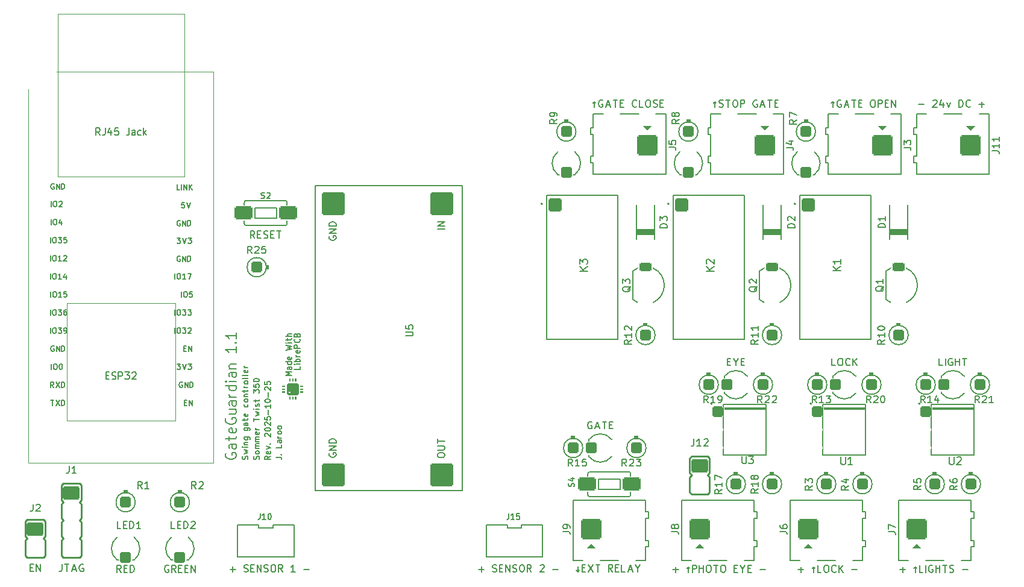
<source format=gbr>
G04 --- HEADER BEGIN --- *
G04 #@! TF.GenerationSoftware,LibrePCB,LibrePCB,1.3.0*
G04 #@! TF.CreationDate,2025-10-25T23:30:35*
G04 #@! TF.ProjectId,GateGuardian - Sommer Twist 350 Swing Gate,8a633c5c-b075-4c35-a81d-aba18a590e16,v1.1*
G04 #@! TF.Part,Single*
G04 #@! TF.SameCoordinates*
G04 #@! TF.FileFunction,Legend,Top*
G04 #@! TF.FilePolarity,Positive*
%FSLAX66Y66*%
%MOMM*%
G01*
G75*
G04 --- HEADER END --- *
G04 --- APERTURE LIST BEGIN --- *
%ADD10C,0.01*%
%ADD11C,0.2*%
%ADD12C,0.1*%
%ADD13C,0.15*%
%ADD14C,0.25*%
%ADD15C,0.2032*%
%ADD16C,0.127*%
%ADD17C,1.56*%
%AMROUNDEDRECT18*20,1,1.56,-0.68,0.0,0.68,0.0,0.0*20,1,1.36,-0.78,0.0,0.78,0.0,0.0*1,1,0.2,-0.68,0.68*1,1,0.2,0.68,0.68*1,1,0.2,0.68,-0.68*1,1,0.2,-0.68,-0.68*%
%ADD18ROUNDEDRECT18*%
%ADD19C,1.9*%
%AMROUNDEDRECT20*20,1,2.8,-1.3,0.0,1.3,0.0,0.0*20,1,2.6,-1.4,0.0,1.4,0.0,0.0*1,1,0.2,-1.3,1.3*1,1,0.2,1.3,1.3*1,1,0.2,1.3,-1.3*1,1,0.2,-1.3,-1.3*%
%ADD20ROUNDEDRECT20*%
%ADD21C,2.8*%
%ADD22O,1.9X2.75*%
%AMROUNDEDRECT23*20,1,1.9,-1.275,0.0,1.275,0.0,90.0*20,1,1.7,-1.375,0.0,1.375,0.0,90.0*1,1,0.2,-0.85,-1.275*1,1,0.2,-0.85,1.275*1,1,0.2,0.85,1.275*1,1,0.2,0.85,-1.275*%
%ADD23ROUNDEDRECT23*%
%ADD24O,2.39X1.787*%
%AMROUNDEDRECT25*20,1,1.787,-1.095,0.0,1.095,0.0,0.0*20,1,1.587,-1.195,0.0,1.195,0.0,0.0*1,1,0.2,-1.095,0.7935*1,1,0.2,1.095,0.7935*1,1,0.2,1.095,-0.7935*1,1,0.2,-1.095,-0.7935*%
%ADD25ROUNDEDRECT25*%
%AMROUNDEDRECT26*20,1,1.8,-1.15,0.0,1.15,0.0,0.0*20,1,1.6,-1.25,0.0,1.25,0.0,0.0*1,1,0.2,-1.15,0.8*1,1,0.2,1.15,0.8*1,1,0.2,1.15,-0.8*1,1,0.2,-1.15,-0.8*%
%ADD26ROUNDEDRECT26*%
%AMROUNDEDRECT27*20,1,1.6,-0.7,0.0,0.7,0.0,0.0*20,1,1.4,-0.8,0.0,0.8,0.0,0.0*1,1,0.2,-0.7,0.7*1,1,0.2,0.7,0.7*1,1,0.2,0.7,-0.7*1,1,0.2,-0.7,-0.7*%
%ADD27ROUNDEDRECT27*%
%ADD28C,1.6*%
%ADD29C,1.85*%
%AMROUNDEDRECT30*20,1,1.85,-0.825,0.0,0.825,0.0,0.0*20,1,1.65,-0.925,0.0,0.925,0.0,0.0*1,1,0.2,-0.825,0.825*1,1,0.2,0.825,0.825*1,1,0.2,0.825,-0.825*1,1,0.2,-0.825,-0.825*%
%ADD30ROUNDEDRECT30*%
%ADD31C,1.508*%
%AMROUNDEDRECT32*20,1,1.508,-0.654,0.0,0.654,0.0,0.0*20,1,1.308,-0.754,0.0,0.754,0.0,0.0*1,1,0.2,-0.654,0.654*1,1,0.2,0.654,0.654*1,1,0.2,0.654,-0.654*1,1,0.2,-0.654,-0.654*%
%ADD32ROUNDEDRECT32*%
%AMROUNDEDRECT33*20,1,3.2,-1.5,0.0,1.5,0.0,0.0*20,1,3.0,-1.6,0.0,1.6,0.0,0.0*1,1,0.2,-1.5,1.5*1,1,0.2,1.5,1.5*1,1,0.2,1.5,-1.5*1,1,0.2,-1.5,-1.5*%
%ADD33ROUNDEDRECT33*%
%ADD34O,1.7X1.25*%
%AMROUNDEDRECT35*20,1,1.25,-0.75,0.0,0.75,0.0,0.0*20,1,1.05,-0.85,0.0,0.85,0.0,0.0*1,1,0.2,-0.75,0.525*1,1,0.2,0.75,0.525*1,1,0.2,0.75,-0.525*1,1,0.2,-0.75,-0.525*%
%ADD35ROUNDEDRECT35*%
%ADD36C,1.8*%
%ADD37C,5.0*%
%ADD38C,4.8*%
G04 --- APERTURE LIST END --- *
G04 --- BOARD BEGIN --- *
D10*
G04 #@! TO.C,R14*
G36*
X127970000Y28020000D02*
X127970000Y28380000D01*
X128570000Y28380000D01*
X128570000Y28020000D01*
X127970000Y28020000D01*
G37*
D11*
X129620000Y26670000D02*
G02*
X126920000Y26670000I-1350000J0D01*
G01*
G02*
X129620000Y26670000I1350000J0D01*
G01*
D10*
G04 #@! TO.C,R8*
G36*
X94632500Y63580000D02*
X94632500Y63940000D01*
X95232500Y63940000D01*
X95232500Y63580000D01*
X94632500Y63580000D01*
G37*
D11*
X96282500Y62230000D02*
G02*
X93582500Y62230000I-1350000J0D01*
G01*
G02*
X96282500Y62230000I1350000J0D01*
G01*
D12*
G04 #@! TO.C,U4*
X28240000Y15680000D02*
X2240000Y15680000D01*
X2240000Y70680000D01*
X28240000Y70680000D01*
X28240000Y15680000D01*
X24130000Y55880000D02*
X6350000Y55880000D01*
X6350000Y78740000D01*
X24130000Y78740000D01*
X24130000Y55880000D01*
X22860000Y21590000D02*
X7620000Y21590000D01*
X7620000Y38100000D01*
X22860000Y38100000D01*
X22860000Y21590000D01*
D13*
X5809998Y54869790D02*
X5739165Y54905623D01*
X5631665Y54905623D01*
X5524165Y54869790D01*
X5453332Y54798123D01*
X5417498Y54727290D01*
X5381665Y54583956D01*
X5381665Y54477290D01*
X5417498Y54333956D01*
X5453332Y54263123D01*
X5524165Y54191456D01*
X5631665Y54155623D01*
X5703332Y54155623D01*
X5809998Y54191456D01*
X5845832Y54227290D01*
X5845832Y54477290D01*
X5703332Y54477290D01*
X6145832Y54155623D02*
X6145832Y54905623D01*
X6574165Y54155623D01*
X6574165Y54905623D01*
X6874165Y54155623D02*
X6874165Y54905623D01*
X7052498Y54905623D01*
X7159998Y54869790D01*
X7231665Y54798123D01*
X7266665Y54727290D01*
X7302498Y54583956D01*
X7302498Y54477290D01*
X7266665Y54333956D01*
X7231665Y54263123D01*
X7159998Y54191456D01*
X7052498Y54155623D01*
X6874165Y54155623D01*
X13111667Y27963333D02*
X13445000Y27963333D01*
X13588334Y27440000D02*
X13111667Y27440000D01*
X13111667Y28440000D01*
X13588334Y28440000D01*
X13938334Y27487778D02*
X14081667Y27440000D01*
X14319445Y27440000D01*
X14415001Y27487778D01*
X14461667Y27535556D01*
X14509445Y27630000D01*
X14509445Y27725556D01*
X14461667Y27821111D01*
X14415001Y27868889D01*
X14319445Y27916667D01*
X14128334Y27963333D01*
X14033890Y28011111D01*
X13986112Y28058889D01*
X13938334Y28154444D01*
X13938334Y28250000D01*
X13986112Y28344444D01*
X14033890Y28392222D01*
X14128334Y28440000D01*
X14367223Y28440000D01*
X14509445Y28392222D01*
X14859445Y27440000D02*
X14859445Y28440000D01*
X15240556Y28440000D01*
X15336112Y28392222D01*
X15382778Y28344444D01*
X15430556Y28250000D01*
X15430556Y28106667D01*
X15382778Y28011111D01*
X15336112Y27963333D01*
X15240556Y27916667D01*
X14859445Y27916667D01*
X15780556Y28440000D02*
X16399445Y28440000D01*
X16066112Y28058889D01*
X16209445Y28058889D01*
X16303889Y28011111D01*
X16351667Y27963333D01*
X16399445Y27868889D01*
X16399445Y27630000D01*
X16351667Y27535556D01*
X16303889Y27487778D01*
X16209445Y27440000D01*
X15923889Y27440000D01*
X15828334Y27487778D01*
X15780556Y27535556D01*
X16797223Y28344444D02*
X16845001Y28392222D01*
X16939445Y28440000D01*
X17178334Y28440000D01*
X17272778Y28392222D01*
X17320556Y28344444D01*
X17368334Y28250000D01*
X17368334Y28154444D01*
X17320556Y28011111D01*
X16749445Y27440000D01*
X17368334Y27440000D01*
X5327498Y46614998D02*
X5327498Y47364998D01*
X5805831Y47364998D02*
X5949165Y47364998D01*
X6019998Y47329165D01*
X6091665Y47257498D01*
X6127498Y47114998D01*
X6127498Y46864998D01*
X6091665Y46722498D01*
X6019998Y46650831D01*
X5949165Y46614998D01*
X5805831Y46614998D01*
X5734998Y46650831D01*
X5663331Y46722498D01*
X5627498Y46864998D01*
X5627498Y47114998D01*
X5663331Y47257498D01*
X5734998Y47329165D01*
X5805831Y47364998D01*
X6427498Y47364998D02*
X6891665Y47364998D01*
X6641665Y47079165D01*
X6749165Y47079165D01*
X6819998Y47043331D01*
X6855831Y47007498D01*
X6891665Y46936665D01*
X6891665Y46757498D01*
X6855831Y46686665D01*
X6819998Y46650831D01*
X6749165Y46614998D01*
X6534998Y46614998D01*
X6463331Y46650831D01*
X6427498Y46686665D01*
X7584165Y47364998D02*
X7227498Y47364998D01*
X7191665Y47007498D01*
X7227498Y47043331D01*
X7299165Y47079165D01*
X7477498Y47079165D01*
X7549165Y47043331D01*
X7584165Y47007498D01*
X7619998Y46936665D01*
X7619998Y46757498D01*
X7584165Y46686665D01*
X7549165Y46650831D01*
X7477498Y46614998D01*
X7299165Y46614998D01*
X7227498Y46650831D01*
X7191665Y46686665D01*
X5345832Y24504998D02*
X5774165Y24504998D01*
X5559999Y23754998D02*
X5559999Y24504998D01*
X6074165Y24504998D02*
X6574165Y23754998D01*
X6574165Y24504998D02*
X6074165Y23754998D01*
X6874165Y23754998D02*
X6874165Y24504998D01*
X7052498Y24504998D01*
X7159998Y24469165D01*
X7231665Y24397498D01*
X7266665Y24326665D01*
X7302498Y24183331D01*
X7302498Y24076665D01*
X7266665Y23933331D01*
X7231665Y23862498D01*
X7159998Y23790831D01*
X7052498Y23754998D01*
X6874165Y23754998D01*
X5327498Y33914998D02*
X5327498Y34664998D01*
X5805831Y34664998D02*
X5949165Y34664998D01*
X6019998Y34629165D01*
X6091665Y34557498D01*
X6127498Y34414998D01*
X6127498Y34164998D01*
X6091665Y34022498D01*
X6019998Y33950831D01*
X5949165Y33914998D01*
X5805831Y33914998D01*
X5734998Y33950831D01*
X5663331Y34022498D01*
X5627498Y34164998D01*
X5627498Y34414998D01*
X5663331Y34557498D01*
X5734998Y34629165D01*
X5805831Y34664998D01*
X6427498Y34664998D02*
X6891665Y34664998D01*
X6641665Y34379165D01*
X6749165Y34379165D01*
X6819998Y34343331D01*
X6855831Y34307498D01*
X6891665Y34236665D01*
X6891665Y34057498D01*
X6855831Y33986665D01*
X6819998Y33950831D01*
X6749165Y33914998D01*
X6534998Y33914998D01*
X6463331Y33950831D01*
X6427498Y33986665D01*
X7263332Y33914998D02*
X7405832Y33914998D01*
X7477498Y33950831D01*
X7513332Y33986665D01*
X7584165Y34093331D01*
X7619998Y34236665D01*
X7619998Y34522498D01*
X7584165Y34593331D01*
X7549165Y34629165D01*
X7477498Y34664998D01*
X7334165Y34664998D01*
X7263332Y34629165D01*
X7227498Y34593331D01*
X7191665Y34522498D01*
X7191665Y34343331D01*
X7227498Y34272498D01*
X7263332Y34236665D01*
X7334165Y34200831D01*
X7477498Y34200831D01*
X7549165Y34236665D01*
X7584165Y34272498D01*
X7619998Y34343331D01*
X24050623Y31767498D02*
X24300623Y31767498D01*
X24408123Y31374998D02*
X24050623Y31374998D01*
X24050623Y32124998D01*
X24408123Y32124998D01*
X24708123Y31374998D02*
X24708123Y32124998D01*
X25136456Y31374998D01*
X25136456Y32124998D01*
X22780623Y36454998D02*
X22780623Y37204998D01*
X23258956Y37204998D02*
X23402290Y37204998D01*
X23473123Y37169165D01*
X23544790Y37097498D01*
X23580623Y36954998D01*
X23580623Y36704998D01*
X23544790Y36562498D01*
X23473123Y36490831D01*
X23402290Y36454998D01*
X23258956Y36454998D01*
X23188123Y36490831D01*
X23116456Y36562498D01*
X23080623Y36704998D01*
X23080623Y36954998D01*
X23116456Y37097498D01*
X23188123Y37169165D01*
X23258956Y37204998D01*
X23880623Y37204998D02*
X24344790Y37204998D01*
X24094790Y36919165D01*
X24202290Y36919165D01*
X24273123Y36883331D01*
X24308956Y36847498D01*
X24344790Y36776665D01*
X24344790Y36597498D01*
X24308956Y36526665D01*
X24273123Y36490831D01*
X24202290Y36454998D01*
X23988123Y36454998D01*
X23916456Y36490831D01*
X23880623Y36526665D01*
X24644790Y37204998D02*
X25108957Y37204998D01*
X24858957Y36919165D01*
X24966457Y36919165D01*
X25037290Y36883331D01*
X25073123Y36847498D01*
X25108957Y36776665D01*
X25108957Y36597498D01*
X25073123Y36526665D01*
X25037290Y36490831D01*
X24966457Y36454998D01*
X24752290Y36454998D01*
X24680623Y36490831D01*
X24644790Y36526665D01*
X23098123Y47285623D02*
X23562290Y47285623D01*
X23312290Y46999790D01*
X23419790Y46999790D01*
X23490623Y46963956D01*
X23526456Y46928123D01*
X23562290Y46857290D01*
X23562290Y46678123D01*
X23526456Y46607290D01*
X23490623Y46571456D01*
X23419790Y46535623D01*
X23205623Y46535623D01*
X23133956Y46571456D01*
X23098123Y46607290D01*
X23862290Y47285623D02*
X24112290Y46535623D01*
X24362290Y47285623D01*
X24662290Y47285623D02*
X25126457Y47285623D01*
X24876457Y46999790D01*
X24983957Y46999790D01*
X25054790Y46963956D01*
X25090623Y46928123D01*
X25126457Y46857290D01*
X25126457Y46678123D01*
X25090623Y46607290D01*
X25054790Y46571456D01*
X24983957Y46535623D01*
X24769790Y46535623D01*
X24698123Y46571456D01*
X24662290Y46607290D01*
X22780623Y41534998D02*
X22780623Y42284998D01*
X23258956Y42284998D02*
X23402290Y42284998D01*
X23473123Y42249165D01*
X23544790Y42177498D01*
X23580623Y42034998D01*
X23580623Y41784998D01*
X23544790Y41642498D01*
X23473123Y41570831D01*
X23402290Y41534998D01*
X23258956Y41534998D01*
X23188123Y41570831D01*
X23116456Y41642498D01*
X23080623Y41784998D01*
X23080623Y42034998D01*
X23116456Y42177498D01*
X23188123Y42249165D01*
X23258956Y42284998D01*
X24308956Y41534998D02*
X23880623Y41534998D01*
X24094790Y41534998D02*
X24094790Y42284998D01*
X24023123Y42177498D01*
X23952290Y42106665D01*
X23880623Y42070831D01*
X24608956Y42284998D02*
X25108956Y42284998D01*
X24787289Y41534998D01*
X23455623Y54076248D02*
X23098123Y54076248D01*
X23098123Y54826248D01*
X23755623Y54076248D02*
X23755623Y54826248D01*
X24055623Y54076248D02*
X24055623Y54826248D01*
X24483956Y54076248D01*
X24483956Y54826248D01*
X24783956Y54076248D02*
X24783956Y54826248D01*
X25212289Y54076248D02*
X24891456Y54504581D01*
X25212289Y54826248D02*
X24783956Y54397915D01*
X22780623Y33914998D02*
X22780623Y34664998D01*
X23258956Y34664998D02*
X23402290Y34664998D01*
X23473123Y34629165D01*
X23544790Y34557498D01*
X23580623Y34414998D01*
X23580623Y34164998D01*
X23544790Y34022498D01*
X23473123Y33950831D01*
X23402290Y33914998D01*
X23258956Y33914998D01*
X23188123Y33950831D01*
X23116456Y34022498D01*
X23080623Y34164998D01*
X23080623Y34414998D01*
X23116456Y34557498D01*
X23188123Y34629165D01*
X23258956Y34664998D01*
X23880623Y34664998D02*
X24344790Y34664998D01*
X24094790Y34379165D01*
X24202290Y34379165D01*
X24273123Y34343331D01*
X24308956Y34307498D01*
X24344790Y34236665D01*
X24344790Y34057498D01*
X24308956Y33986665D01*
X24273123Y33950831D01*
X24202290Y33914998D01*
X23988123Y33914998D01*
X23916456Y33950831D01*
X23880623Y33986665D01*
X24680623Y34593331D02*
X24716457Y34629165D01*
X24787290Y34664998D01*
X24966457Y34664998D01*
X25037290Y34629165D01*
X25073123Y34593331D01*
X25108957Y34522498D01*
X25108957Y34450831D01*
X25073123Y34343331D01*
X24644790Y33914998D01*
X25108957Y33914998D01*
X5774165Y26294998D02*
X5524165Y26652498D01*
X5345832Y26294998D02*
X5345832Y27044998D01*
X5631665Y27044998D01*
X5703332Y27009165D01*
X5738332Y26973331D01*
X5774165Y26902498D01*
X5774165Y26794998D01*
X5738332Y26723331D01*
X5703332Y26687498D01*
X5631665Y26652498D01*
X5345832Y26652498D01*
X6074165Y27044998D02*
X6574165Y26294998D01*
X6574165Y27044998D02*
X6074165Y26294998D01*
X6874165Y26294998D02*
X6874165Y27044998D01*
X7052498Y27044998D01*
X7159998Y27009165D01*
X7231665Y26937498D01*
X7266665Y26866665D01*
X7302498Y26723331D01*
X7302498Y26616665D01*
X7266665Y26473331D01*
X7231665Y26402498D01*
X7159998Y26330831D01*
X7052498Y26294998D01*
X6874165Y26294998D01*
X5327498Y44074998D02*
X5327498Y44824998D01*
X5805831Y44824998D02*
X5949165Y44824998D01*
X6019998Y44789165D01*
X6091665Y44717498D01*
X6127498Y44574998D01*
X6127498Y44324998D01*
X6091665Y44182498D01*
X6019998Y44110831D01*
X5949165Y44074998D01*
X5805831Y44074998D01*
X5734998Y44110831D01*
X5663331Y44182498D01*
X5627498Y44324998D01*
X5627498Y44574998D01*
X5663331Y44717498D01*
X5734998Y44789165D01*
X5805831Y44824998D01*
X6855831Y44074998D02*
X6427498Y44074998D01*
X6641665Y44074998D02*
X6641665Y44824998D01*
X6569998Y44717498D01*
X6499165Y44646665D01*
X6427498Y44610831D01*
X7191664Y44753331D02*
X7227498Y44789165D01*
X7298331Y44824998D01*
X7477498Y44824998D01*
X7548331Y44789165D01*
X7584164Y44753331D01*
X7619998Y44682498D01*
X7619998Y44610831D01*
X7584164Y44503331D01*
X7155831Y44074998D01*
X7619998Y44074998D01*
X12282223Y61730000D02*
X11948890Y62206667D01*
X11711112Y61730000D02*
X11711112Y62730000D01*
X12092223Y62730000D01*
X12187779Y62682222D01*
X12234445Y62634444D01*
X12282223Y62540000D01*
X12282223Y62396667D01*
X12234445Y62301111D01*
X12187779Y62253333D01*
X12092223Y62206667D01*
X11711112Y62206667D01*
X13013334Y62730000D02*
X13013334Y62015556D01*
X12965556Y61873333D01*
X12870001Y61777778D01*
X12727779Y61730000D01*
X12632223Y61730000D01*
X13840001Y62396667D02*
X13840001Y61730000D01*
X13601112Y62777778D02*
X13363334Y62063333D01*
X13982223Y62063333D01*
X14855556Y62730000D02*
X14380001Y62730000D01*
X14332223Y62253333D01*
X14380001Y62301111D01*
X14475556Y62348889D01*
X14713334Y62348889D01*
X14808890Y62301111D01*
X14855556Y62253333D01*
X14903334Y62158889D01*
X14903334Y61920000D01*
X14855556Y61825556D01*
X14808890Y61777778D01*
X14713334Y61730000D01*
X14475556Y61730000D01*
X14380001Y61777778D01*
X14332223Y61825556D01*
X16384444Y62730000D02*
X16384444Y62015556D01*
X16336666Y61873333D01*
X16241111Y61777778D01*
X16098889Y61730000D01*
X16003333Y61730000D01*
X17211111Y61730000D02*
X17211111Y62253333D01*
X17163333Y62348889D01*
X17067777Y62396667D01*
X16877777Y62396667D01*
X16782222Y62348889D01*
X17211111Y61777778D02*
X17115555Y61730000D01*
X16877777Y61730000D01*
X16782222Y61777778D01*
X16734444Y61873333D01*
X16734444Y61967778D01*
X16782222Y62063333D01*
X16877777Y62111111D01*
X17115555Y62111111D01*
X17211111Y62158889D01*
X18037778Y61777778D02*
X17942222Y61730000D01*
X17751111Y61730000D01*
X17656667Y61777778D01*
X17608889Y61825556D01*
X17561111Y61920000D01*
X17561111Y62206667D01*
X17608889Y62301111D01*
X17656667Y62348889D01*
X17751111Y62396667D01*
X17942222Y62396667D01*
X18037778Y62348889D01*
X18387778Y61730000D02*
X18387778Y62730000D01*
X18483334Y62111111D02*
X18768889Y61730000D01*
X18768889Y62396667D02*
X18387778Y62015556D01*
X5420831Y51694998D02*
X5420831Y52444998D01*
X5899164Y52444998D02*
X6042498Y52444998D01*
X6113331Y52409165D01*
X6184998Y52337498D01*
X6220831Y52194998D01*
X6220831Y51944998D01*
X6184998Y51802498D01*
X6113331Y51730831D01*
X6042498Y51694998D01*
X5899164Y51694998D01*
X5828331Y51730831D01*
X5756664Y51802498D01*
X5720831Y51944998D01*
X5720831Y52194998D01*
X5756664Y52337498D01*
X5828331Y52409165D01*
X5899164Y52444998D01*
X6556664Y52373331D02*
X6592498Y52409165D01*
X6663331Y52444998D01*
X6842498Y52444998D01*
X6913331Y52409165D01*
X6949164Y52373331D01*
X6984998Y52302498D01*
X6984998Y52230831D01*
X6949164Y52123331D01*
X6520831Y51694998D01*
X6984998Y51694998D01*
X5327498Y41534998D02*
X5327498Y42284998D01*
X5805831Y42284998D02*
X5949165Y42284998D01*
X6019998Y42249165D01*
X6091665Y42177498D01*
X6127498Y42034998D01*
X6127498Y41784998D01*
X6091665Y41642498D01*
X6019998Y41570831D01*
X5949165Y41534998D01*
X5805831Y41534998D01*
X5734998Y41570831D01*
X5663331Y41642498D01*
X5627498Y41784998D01*
X5627498Y42034998D01*
X5663331Y42177498D01*
X5734998Y42249165D01*
X5805831Y42284998D01*
X6855831Y41534998D02*
X6427498Y41534998D01*
X6641665Y41534998D02*
X6641665Y42284998D01*
X6569998Y42177498D01*
X6499165Y42106665D01*
X6427498Y42070831D01*
X7513331Y42034998D02*
X7513331Y41534998D01*
X7334164Y42320831D02*
X7155831Y41784998D01*
X7619998Y41784998D01*
X5456665Y28834998D02*
X5456665Y29584998D01*
X5934998Y29584998D02*
X6078332Y29584998D01*
X6149165Y29549165D01*
X6220832Y29477498D01*
X6256665Y29334998D01*
X6256665Y29084998D01*
X6220832Y28942498D01*
X6149165Y28870831D01*
X6078332Y28834998D01*
X5934998Y28834998D01*
X5864165Y28870831D01*
X5792498Y28942498D01*
X5756665Y29084998D01*
X5756665Y29334998D01*
X5792498Y29477498D01*
X5864165Y29549165D01*
X5934998Y29584998D01*
X6734998Y29584998D02*
X6806665Y29584998D01*
X6878332Y29549165D01*
X6914165Y29513331D01*
X6949165Y29442498D01*
X6984998Y29299165D01*
X6984998Y29120831D01*
X6949165Y28977498D01*
X6914165Y28906665D01*
X6878332Y28870831D01*
X6806665Y28834998D01*
X6734998Y28834998D01*
X6664165Y28870831D01*
X6628332Y28906665D01*
X6592498Y28977498D01*
X6556665Y29120831D01*
X6556665Y29299165D01*
X6592498Y29442498D01*
X6628332Y29513331D01*
X6664165Y29549165D01*
X6734998Y29584998D01*
X24125623Y52286248D02*
X23768956Y52286248D01*
X23733123Y51928748D01*
X23768956Y51964581D01*
X23840623Y52000415D01*
X24018956Y52000415D01*
X24090623Y51964581D01*
X24125623Y51928748D01*
X24161456Y51857915D01*
X24161456Y51678748D01*
X24125623Y51607915D01*
X24090623Y51572081D01*
X24018956Y51536248D01*
X23840623Y51536248D01*
X23768956Y51572081D01*
X23733123Y51607915D01*
X24461456Y52286248D02*
X24711456Y51536248D01*
X24961456Y52286248D01*
X5420831Y49154998D02*
X5420831Y49904998D01*
X5899164Y49904998D02*
X6042498Y49904998D01*
X6113331Y49869165D01*
X6184998Y49797498D01*
X6220831Y49654998D01*
X6220831Y49404998D01*
X6184998Y49262498D01*
X6113331Y49190831D01*
X6042498Y49154998D01*
X5899164Y49154998D01*
X5828331Y49190831D01*
X5756664Y49262498D01*
X5720831Y49404998D01*
X5720831Y49654998D01*
X5756664Y49797498D01*
X5828331Y49869165D01*
X5899164Y49904998D01*
X6878331Y49654998D02*
X6878331Y49154998D01*
X6699164Y49940831D02*
X6520831Y49404998D01*
X6984998Y49404998D01*
X23098123Y29584998D02*
X23562290Y29584998D01*
X23312290Y29299165D01*
X23419790Y29299165D01*
X23490623Y29263331D01*
X23526456Y29227498D01*
X23562290Y29156665D01*
X23562290Y28977498D01*
X23526456Y28906665D01*
X23490623Y28870831D01*
X23419790Y28834998D01*
X23205623Y28834998D01*
X23133956Y28870831D01*
X23098123Y28906665D01*
X23862290Y29584998D02*
X24112290Y28834998D01*
X24362290Y29584998D01*
X24662290Y29584998D02*
X25126457Y29584998D01*
X24876457Y29299165D01*
X24983957Y29299165D01*
X25054790Y29263331D01*
X25090623Y29227498D01*
X25126457Y29156665D01*
X25126457Y28977498D01*
X25090623Y28906665D01*
X25054790Y28870831D01*
X24983957Y28834998D01*
X24769790Y28834998D01*
X24698123Y28870831D01*
X24662290Y28906665D01*
X23733123Y38994998D02*
X23733123Y39744998D01*
X24211456Y39744998D02*
X24354790Y39744998D01*
X24425623Y39709165D01*
X24497290Y39637498D01*
X24533123Y39494998D01*
X24533123Y39244998D01*
X24497290Y39102498D01*
X24425623Y39030831D01*
X24354790Y38994998D01*
X24211456Y38994998D01*
X24140623Y39030831D01*
X24068956Y39102498D01*
X24033123Y39244998D01*
X24033123Y39494998D01*
X24068956Y39637498D01*
X24140623Y39709165D01*
X24211456Y39744998D01*
X25225623Y39744998D02*
X24868956Y39744998D01*
X24833123Y39387498D01*
X24868956Y39423331D01*
X24940623Y39459165D01*
X25118956Y39459165D01*
X25190623Y39423331D01*
X25225623Y39387498D01*
X25261456Y39316665D01*
X25261456Y39137498D01*
X25225623Y39066665D01*
X25190623Y39030831D01*
X25118956Y38994998D01*
X24940623Y38994998D01*
X24868956Y39030831D01*
X24833123Y39066665D01*
X24129998Y24147498D02*
X24379998Y24147498D01*
X24487498Y23754998D02*
X24129998Y23754998D01*
X24129998Y24504998D01*
X24487498Y24504998D01*
X24787498Y23754998D02*
X24787498Y24504998D01*
X25215831Y23754998D01*
X25215831Y24504998D01*
X5809998Y32089165D02*
X5739165Y32124998D01*
X5631665Y32124998D01*
X5524165Y32089165D01*
X5453332Y32017498D01*
X5417498Y31946665D01*
X5381665Y31803331D01*
X5381665Y31696665D01*
X5417498Y31553331D01*
X5453332Y31482498D01*
X5524165Y31410831D01*
X5631665Y31374998D01*
X5703332Y31374998D01*
X5809998Y31410831D01*
X5845832Y31446665D01*
X5845832Y31696665D01*
X5703332Y31696665D01*
X6145832Y31374998D02*
X6145832Y32124998D01*
X6574165Y31374998D01*
X6574165Y32124998D01*
X6874165Y31374998D02*
X6874165Y32124998D01*
X7052498Y32124998D01*
X7159998Y32089165D01*
X7231665Y32017498D01*
X7266665Y31946665D01*
X7302498Y31803331D01*
X7302498Y31696665D01*
X7266665Y31553331D01*
X7231665Y31482498D01*
X7159998Y31410831D01*
X7052498Y31374998D01*
X6874165Y31374998D01*
X5327498Y36454998D02*
X5327498Y37204998D01*
X5805831Y37204998D02*
X5949165Y37204998D01*
X6019998Y37169165D01*
X6091665Y37097498D01*
X6127498Y36954998D01*
X6127498Y36704998D01*
X6091665Y36562498D01*
X6019998Y36490831D01*
X5949165Y36454998D01*
X5805831Y36454998D01*
X5734998Y36490831D01*
X5663331Y36562498D01*
X5627498Y36704998D01*
X5627498Y36954998D01*
X5663331Y37097498D01*
X5734998Y37169165D01*
X5805831Y37204998D01*
X6427498Y37204998D02*
X6891665Y37204998D01*
X6641665Y36919165D01*
X6749165Y36919165D01*
X6819998Y36883331D01*
X6855831Y36847498D01*
X6891665Y36776665D01*
X6891665Y36597498D01*
X6855831Y36526665D01*
X6819998Y36490831D01*
X6749165Y36454998D01*
X6534998Y36454998D01*
X6463331Y36490831D01*
X6427498Y36526665D01*
X7549165Y37204998D02*
X7405832Y37204998D01*
X7334165Y37169165D01*
X7299165Y37133331D01*
X7227498Y37026665D01*
X7191665Y36883331D01*
X7191665Y36597498D01*
X7227498Y36526665D01*
X7263332Y36490831D01*
X7334165Y36454998D01*
X7477498Y36454998D01*
X7549165Y36490831D01*
X7584165Y36526665D01*
X7619998Y36597498D01*
X7619998Y36776665D01*
X7584165Y36847498D01*
X7549165Y36883331D01*
X7477498Y36919165D01*
X7334165Y36919165D01*
X7263332Y36883331D01*
X7227498Y36847498D01*
X7191665Y36776665D01*
X23526456Y44709790D02*
X23455623Y44745623D01*
X23348123Y44745623D01*
X23240623Y44709790D01*
X23169790Y44638123D01*
X23133956Y44567290D01*
X23098123Y44423956D01*
X23098123Y44317290D01*
X23133956Y44173956D01*
X23169790Y44103123D01*
X23240623Y44031456D01*
X23348123Y43995623D01*
X23419790Y43995623D01*
X23526456Y44031456D01*
X23562290Y44067290D01*
X23562290Y44317290D01*
X23419790Y44317290D01*
X23862290Y43995623D02*
X23862290Y44745623D01*
X24290623Y43995623D01*
X24290623Y44745623D01*
X24590623Y43995623D02*
X24590623Y44745623D01*
X24768956Y44745623D01*
X24876456Y44709790D01*
X24948123Y44638123D01*
X24983123Y44567290D01*
X25018956Y44423956D01*
X25018956Y44317290D01*
X24983123Y44173956D01*
X24948123Y44103123D01*
X24876456Y44031456D01*
X24768956Y43995623D01*
X24590623Y43995623D01*
X5363332Y38994998D02*
X5363332Y39744998D01*
X5841665Y39744998D02*
X5984999Y39744998D01*
X6055832Y39709165D01*
X6127499Y39637498D01*
X6163332Y39494998D01*
X6163332Y39244998D01*
X6127499Y39102498D01*
X6055832Y39030831D01*
X5984999Y38994998D01*
X5841665Y38994998D01*
X5770832Y39030831D01*
X5699165Y39102498D01*
X5663332Y39244998D01*
X5663332Y39494998D01*
X5699165Y39637498D01*
X5770832Y39709165D01*
X5841665Y39744998D01*
X6891665Y38994998D02*
X6463332Y38994998D01*
X6677499Y38994998D02*
X6677499Y39744998D01*
X6605832Y39637498D01*
X6534999Y39566665D01*
X6463332Y39530831D01*
X7584165Y39744998D02*
X7227498Y39744998D01*
X7191665Y39387498D01*
X7227498Y39423331D01*
X7299165Y39459165D01*
X7477498Y39459165D01*
X7549165Y39423331D01*
X7584165Y39387498D01*
X7619998Y39316665D01*
X7619998Y39137498D01*
X7584165Y39066665D01*
X7549165Y39030831D01*
X7477498Y38994998D01*
X7299165Y38994998D01*
X7227498Y39030831D01*
X7191665Y39066665D01*
X23526456Y49710415D02*
X23455623Y49746248D01*
X23348123Y49746248D01*
X23240623Y49710415D01*
X23169790Y49638748D01*
X23133956Y49567915D01*
X23098123Y49424581D01*
X23098123Y49317915D01*
X23133956Y49174581D01*
X23169790Y49103748D01*
X23240623Y49032081D01*
X23348123Y48996248D01*
X23419790Y48996248D01*
X23526456Y49032081D01*
X23562290Y49067915D01*
X23562290Y49317915D01*
X23419790Y49317915D01*
X23862290Y48996248D02*
X23862290Y49746248D01*
X24290623Y48996248D01*
X24290623Y49746248D01*
X24590623Y48996248D02*
X24590623Y49746248D01*
X24768956Y49746248D01*
X24876456Y49710415D01*
X24948123Y49638748D01*
X24983123Y49567915D01*
X25018956Y49424581D01*
X25018956Y49317915D01*
X24983123Y49174581D01*
X24948123Y49103748D01*
X24876456Y49032081D01*
X24768956Y48996248D01*
X24590623Y48996248D01*
X23843956Y27009165D02*
X23773123Y27044998D01*
X23665623Y27044998D01*
X23558123Y27009165D01*
X23487290Y26937498D01*
X23451456Y26866665D01*
X23415623Y26723331D01*
X23415623Y26616665D01*
X23451456Y26473331D01*
X23487290Y26402498D01*
X23558123Y26330831D01*
X23665623Y26294998D01*
X23737290Y26294998D01*
X23843956Y26330831D01*
X23879790Y26366665D01*
X23879790Y26616665D01*
X23737290Y26616665D01*
X24179790Y26294998D02*
X24179790Y27044998D01*
X24608123Y26294998D01*
X24608123Y27044998D01*
X24908123Y26294998D02*
X24908123Y27044998D01*
X25086456Y27044998D01*
X25193956Y27009165D01*
X25265623Y26937498D01*
X25300623Y26866665D01*
X25336456Y26723331D01*
X25336456Y26616665D01*
X25300623Y26473331D01*
X25265623Y26402498D01*
X25193956Y26330831D01*
X25086456Y26294998D01*
X24908123Y26294998D01*
D11*
G04 #@! TO.C,J4*
X104487500Y64725000D02*
X101887500Y64725000D01*
D10*
G36*
X106287500Y63025000D02*
X105687500Y62325000D01*
X105087500Y63025000D01*
X106287500Y63025000D01*
G37*
D11*
X106887500Y64725000D02*
X108287500Y64725000D01*
X108287500Y56225000D01*
X98087500Y56225000D01*
X98087500Y57875000D01*
X97687500Y57875000D01*
X97687500Y58775000D01*
X98087500Y58775000D01*
X98087500Y61875000D01*
X97687500Y61875000D01*
X97687500Y62775000D01*
X98087500Y62775000D01*
X98087500Y64725000D01*
X99487500Y64725000D01*
D10*
G04 #@! TO.C,D2*
G36*
X105492000Y47740000D02*
X105492000Y48540000D01*
X107868000Y48540000D01*
X107868000Y47740000D01*
X105492000Y47740000D01*
G37*
D11*
X105392000Y47113000D02*
X105392000Y51947000D01*
X107968000Y47113000D02*
X107968000Y51947000D01*
D10*
G04 #@! TO.C,R12*
G36*
X88600000Y35005000D02*
X88600000Y35365000D01*
X89200000Y35365000D01*
X89200000Y35005000D01*
X88600000Y35005000D01*
G37*
D11*
X90250000Y33655000D02*
G02*
X87550000Y33655000I-1350000J0D01*
G01*
G02*
X90250000Y33655000I1350000J0D01*
G01*
D14*
G04 #@! TO.C,J2*
X4570000Y7475000D02*
X4570000Y5350000D01*
X4300000Y5080000D01*
X4570000Y4810000D01*
X4570000Y2685000D01*
X4300000Y2415000D01*
X2050000Y2415000D01*
X1780000Y2685000D01*
X1780000Y4810000D01*
X2050000Y5080000D01*
X1780000Y5350000D01*
X1780000Y7475000D01*
X2050000Y7745000D01*
X4300000Y7745000D01*
X4570000Y7475000D01*
D10*
G04 #@! TO.C,R15*
G36*
X78440000Y19130000D02*
X78440000Y19490000D01*
X79040000Y19490000D01*
X79040000Y19130000D01*
X78440000Y19130000D01*
G37*
D11*
X80090000Y17780000D02*
G02*
X77390000Y17780000I-1350000J0D01*
G01*
G02*
X80090000Y17780000I1350000J0D01*
G01*
D15*
G04 #@! TO.C,S2*
X32560000Y51900000D02*
X32560000Y52300000D01*
G02*
X32810000Y52550000I250000J0D01*
G01*
X38310000Y52550000D01*
G02*
X38560000Y52300000I0J-250000D01*
G01*
X38560000Y51900000D01*
X37060000Y51550000D02*
X34060000Y51550000D01*
X34060000Y50050000D01*
X37060000Y50050000D01*
X37060000Y51550000D01*
X32560000Y49700000D02*
X32560000Y49300000D01*
G03*
X32810000Y49050000I250000J0D01*
G01*
X38310000Y49050000D01*
G03*
X38560000Y49300000I0J250000D01*
G01*
X38560000Y49700000D01*
D11*
G04 #@! TO.C,GATE*
X84150000Y16580000D02*
G02*
X80950000Y16580000I-1600000J1200004D01*
G01*
X80950000Y16820000D01*
X84150000Y18980000D02*
G03*
X80950000Y18980000I-1600000J-1200004D01*
G01*
X80950000Y18740000D01*
D10*
G04 #@! TO.C,R17*
G36*
X101300000Y14050000D02*
X101300000Y14410000D01*
X101900000Y14410000D01*
X101900000Y14050000D01*
X101300000Y14050000D01*
G37*
D11*
X102950000Y12700000D02*
G02*
X100250000Y12700000I-1350000J0D01*
G01*
G02*
X102950000Y12700000I1350000J0D01*
G01*
G04 #@! TO.C,J11*
X133380000Y64725000D02*
X130780000Y64725000D01*
D10*
G36*
X135180000Y63025000D02*
X134580000Y62325000D01*
X133980000Y63025000D01*
X135180000Y63025000D01*
G37*
D11*
X135780000Y64725000D02*
X137180000Y64725000D01*
X137180000Y56225000D01*
X126980000Y56225000D01*
X126980000Y57875000D01*
X126580000Y57875000D01*
X126580000Y58775000D01*
X126980000Y58775000D01*
X126980000Y61875000D01*
X126580000Y61875000D01*
X126580000Y62775000D01*
X126980000Y62775000D01*
X126980000Y64725000D01*
X128380000Y64725000D01*
D10*
G04 #@! TO.C,LOGO1*
G36*
X39670000Y27095000D02*
X39670000Y27515000D01*
X39870000Y27515000D01*
X39870000Y27095000D01*
X39670000Y27095000D01*
G37*
G36*
X38310000Y25935000D02*
X38310000Y26135000D01*
X37890000Y26135000D01*
X37890000Y25935000D01*
X38310000Y25935000D01*
G37*
G36*
X38310000Y25535000D02*
X38310000Y25735000D01*
X37890000Y25735000D01*
X37890000Y25535000D01*
X38310000Y25535000D01*
G37*
G36*
X38870000Y24975000D02*
X38870000Y24555000D01*
X39070000Y24555000D01*
X39070000Y24975000D01*
X38870000Y24975000D01*
G37*
G36*
X40430000Y25935000D02*
X40430000Y26135000D01*
X40850000Y26135000D01*
X40850000Y25935000D01*
X40430000Y25935000D01*
G37*
G36*
X38523000Y25400000D02*
X38523000Y26670000D01*
G02*
X38735000Y26882000I212000J0D01*
G01*
X40005000Y26882000D01*
G02*
X40217000Y26670000I0J-212000D01*
G01*
X40217000Y25400000D01*
G02*
X40005000Y25188000I-212000J0D01*
G01*
X38905000Y25188000D01*
X38905000Y25403000D01*
G03*
X39072000Y25570000I0J167000D01*
G01*
G03*
X38905000Y25737000I-167000J0D01*
G01*
G03*
X38738000Y25570000I0J-167000D01*
G01*
G03*
X38905000Y25403000I167000J0D01*
G01*
X38905000Y25188000D01*
X38735000Y25188000D01*
G02*
X38523000Y25400000I0J212000D01*
G01*
G37*
G36*
X38870000Y27095000D02*
X38870000Y27515000D01*
X39070000Y27515000D01*
X39070000Y27095000D01*
X38870000Y27095000D01*
G37*
G36*
X38310000Y26335000D02*
X38310000Y26535000D01*
X37890000Y26535000D01*
X37890000Y26335000D01*
X38310000Y26335000D01*
G37*
G36*
X39270000Y24975000D02*
X39270000Y24555000D01*
X39470000Y24555000D01*
X39470000Y24975000D01*
X39270000Y24975000D01*
G37*
G36*
X40430000Y25535000D02*
X40430000Y25735000D01*
X40850000Y25735000D01*
X40850000Y25535000D01*
X40430000Y25535000D01*
G37*
G36*
X39670000Y24975000D02*
X39670000Y24555000D01*
X39870000Y24555000D01*
X39870000Y24975000D01*
X39670000Y24975000D01*
G37*
G36*
X40430000Y26335000D02*
X40430000Y26535000D01*
X40850000Y26535000D01*
X40850000Y26335000D01*
X40430000Y26335000D01*
G37*
G36*
X39270000Y27095000D02*
X39270000Y27515000D01*
X39470000Y27515000D01*
X39470000Y27095000D01*
X39270000Y27095000D01*
G37*
D13*
X39178000Y27962892D02*
X38378000Y27962892D01*
X38949556Y28229559D01*
X38378000Y28496225D01*
X39178000Y28496225D01*
X39178000Y29187558D02*
X38759333Y29187558D01*
X38682889Y29149336D01*
X38644667Y29072892D01*
X38644667Y28920892D01*
X38682889Y28844447D01*
X39139778Y29187558D02*
X39178000Y29111114D01*
X39178000Y28920892D01*
X39139778Y28844447D01*
X39063333Y28806225D01*
X38987778Y28806225D01*
X38911333Y28844447D01*
X38873111Y28920892D01*
X38873111Y29111114D01*
X38834889Y29187558D01*
X39178000Y29878891D02*
X38378000Y29878891D01*
X39139778Y29878891D02*
X39178000Y29802447D01*
X39178000Y29649558D01*
X39139778Y29574002D01*
X39101556Y29535780D01*
X39026000Y29497558D01*
X38796667Y29497558D01*
X38721111Y29535780D01*
X38682889Y29574002D01*
X38644667Y29649558D01*
X38644667Y29802447D01*
X38682889Y29878891D01*
X39139778Y30532002D02*
X39178000Y30455558D01*
X39178000Y30303558D01*
X39139778Y30227113D01*
X39063333Y30188891D01*
X38759333Y30188891D01*
X38682889Y30227113D01*
X38644667Y30303558D01*
X38644667Y30455558D01*
X38682889Y30532002D01*
X38759333Y30570224D01*
X38834889Y30570224D01*
X38911333Y30188891D01*
X38378000Y31510223D02*
X39178000Y31700445D01*
X38606444Y31853334D01*
X39178000Y32005334D01*
X38378000Y32195556D01*
X39178000Y32543778D02*
X38644667Y32543778D01*
X38378000Y32543778D02*
X38416222Y32505556D01*
X38454444Y32543778D01*
X38416222Y32582000D01*
X38378000Y32543778D01*
X38454444Y32543778D01*
X38644667Y32892000D02*
X38644667Y33196889D01*
X38378000Y33006667D02*
X39063333Y33006667D01*
X39139778Y33044000D01*
X39178000Y33120444D01*
X39178000Y33196889D01*
X39178000Y33506889D02*
X38378000Y33506889D01*
X39178000Y33850000D02*
X38759333Y33850000D01*
X38682889Y33811778D01*
X38644667Y33735333D01*
X38644667Y33621556D01*
X38682889Y33545111D01*
X38721111Y33506889D01*
X40362000Y29203557D02*
X40362000Y28822224D01*
X39562000Y28822224D01*
X40362000Y29551779D02*
X39828667Y29551779D01*
X39562000Y29551779D02*
X39600222Y29513557D01*
X39638444Y29551779D01*
X39600222Y29590001D01*
X39562000Y29551779D01*
X39638444Y29551779D01*
X40362000Y29900001D02*
X39562000Y29900001D01*
X39866889Y29900001D02*
X39828667Y29976445D01*
X39828667Y30128445D01*
X39866889Y30204890D01*
X39905111Y30243112D01*
X39980667Y30281334D01*
X40210000Y30281334D01*
X40285556Y30243112D01*
X40323778Y30204890D01*
X40362000Y30128445D01*
X40362000Y29976445D01*
X40323778Y29900001D01*
X40362000Y30591334D02*
X39828667Y30591334D01*
X39980667Y30591334D02*
X39905111Y30629556D01*
X39866889Y30667778D01*
X39828667Y30743334D01*
X39828667Y30819778D01*
X40323778Y31472889D02*
X40362000Y31396445D01*
X40362000Y31244445D01*
X40323778Y31168000D01*
X40247333Y31129778D01*
X39943333Y31129778D01*
X39866889Y31168000D01*
X39828667Y31244445D01*
X39828667Y31396445D01*
X39866889Y31472889D01*
X39943333Y31511111D01*
X40018889Y31511111D01*
X40095333Y31129778D01*
X40362000Y31821111D02*
X39562000Y31821111D01*
X39562000Y32126000D01*
X39600222Y32202444D01*
X39638444Y32239778D01*
X39714000Y32278000D01*
X39828667Y32278000D01*
X39905111Y32239778D01*
X39943333Y32202444D01*
X39980667Y32126000D01*
X39980667Y31821111D01*
X40285556Y33083111D02*
X40323778Y33044889D01*
X40362000Y32931111D01*
X40362000Y32854667D01*
X40323778Y32740000D01*
X40247333Y32664444D01*
X40171778Y32626222D01*
X40018889Y32588000D01*
X39905111Y32588000D01*
X39752222Y32626222D01*
X39676667Y32664444D01*
X39600222Y32740000D01*
X39562000Y32854667D01*
X39562000Y32931111D01*
X39600222Y33044889D01*
X39638444Y33083111D01*
X39943333Y33659778D02*
X39980667Y33774444D01*
X40018889Y33811778D01*
X40095333Y33850000D01*
X40210000Y33850000D01*
X40285556Y33811778D01*
X40323778Y33774444D01*
X40362000Y33698000D01*
X40362000Y33393111D01*
X39562000Y33393111D01*
X39562000Y33659778D01*
X39600222Y33736222D01*
X39638444Y33774444D01*
X39714000Y33811778D01*
X39790444Y33811778D01*
X39866889Y33774444D01*
X39905111Y33736222D01*
X39943333Y33659778D01*
X39943333Y33393111D01*
D16*
G04 #@! TO.C,K1*
X120570000Y33040000D02*
X110570000Y33040000D01*
X110570000Y53280000D01*
X120570000Y53280000D01*
X120570000Y33040000D01*
D11*
X109970000Y52080000D02*
G02*
X109770000Y52080000I-100000J0D01*
G01*
G02*
X109970000Y52080000I100000J0D01*
G01*
D16*
G04 #@! TO.C,U1*
X119840000Y23880000D02*
X119840000Y16760000D01*
X113840000Y16760000D01*
X113840000Y23880000D01*
X119840000Y23880000D01*
D11*
X112240000Y24020000D02*
G02*
X112040000Y24020000I-100000J0D01*
G01*
G02*
X112240000Y24020000I100000J0D01*
G01*
D16*
G04 #@! TO.C,U2*
X135080000Y23880000D02*
X135080000Y16760000D01*
X129080000Y16760000D01*
X129080000Y23880000D01*
X135080000Y23880000D01*
D11*
X127480000Y24020000D02*
G02*
X127280000Y24020000I-100000J0D01*
G01*
G02*
X127480000Y24020000I100000J0D01*
G01*
G04 #@! TO.C,LED1*
X14675000Y5251250D02*
G03*
X14675000Y2051250I1200004J-1600000D01*
G01*
X14915000Y2051250D01*
X17075000Y5251250D02*
G02*
X17075000Y2051250I-1200004J-1600000D01*
G01*
X16835000Y2051250D01*
D14*
G04 #@! TO.C,J1*
X9650000Y12555000D02*
X9650000Y10430000D01*
X9380000Y10160000D01*
X9650000Y9890000D01*
X9650000Y7890000D01*
X9380000Y7620000D01*
X9650000Y7350000D01*
X9650000Y5350000D01*
X9380000Y5080000D01*
X9650000Y4810000D01*
X9650000Y2685000D01*
X9380000Y2415000D01*
X7130000Y2415000D01*
X6860000Y2685000D01*
X6860000Y4810000D01*
X7130000Y5080000D01*
X6860000Y5350000D01*
X6860000Y7350000D01*
X7130000Y7620000D01*
X6860000Y7890000D01*
X6860000Y9890000D01*
X7130000Y10160000D01*
X6860000Y10430000D01*
X6860000Y12555000D01*
X7130000Y12825000D01*
X9380000Y12825000D01*
X9650000Y12555000D01*
D11*
G04 #@! TO.C,STOP*
X96132500Y59385000D02*
G02*
X96132500Y56185000I-1200004J-1600000D01*
G01*
X95892500Y56185000D01*
X93732500Y59385000D02*
G03*
X93732500Y56185000I1200004J-1600000D01*
G01*
X93972500Y56185000D01*
D10*
G04 #@! TO.C,R19*
G36*
X97490000Y28020000D02*
X97490000Y28380000D01*
X98090000Y28380000D01*
X98090000Y28020000D01*
X97490000Y28020000D01*
G37*
D11*
X99140000Y26670000D02*
G02*
X96440000Y26670000I-1350000J0D01*
G01*
G02*
X99140000Y26670000I1350000J0D01*
G01*
D10*
G04 #@! TO.C,D1*
G36*
X123272000Y47740000D02*
X123272000Y48540000D01*
X125648000Y48540000D01*
X125648000Y47740000D01*
X123272000Y47740000D01*
G37*
D11*
X123172000Y47113000D02*
X123172000Y51947000D01*
X125748000Y47113000D02*
X125748000Y51947000D01*
G04 #@! TO.C,LOCK*
X118440000Y25470000D02*
G02*
X115240000Y25470000I-1600000J1200004D01*
G01*
X115240000Y25710000D01*
X118440000Y27870000D02*
G03*
X115240000Y27870000I-1600000J-1200004D01*
G01*
X115240000Y27630000D01*
D15*
G04 #@! TO.C,S4*
X86820000Y11600000D02*
X86820000Y11200000D01*
G02*
X86570000Y10950000I-250000J0D01*
G01*
X81070000Y10950000D01*
G02*
X80820000Y11200000I0J250000D01*
G01*
X80820000Y11600000D01*
X82320000Y11950000D02*
X85320000Y11950000D01*
X85320000Y13450000D01*
X82320000Y13450000D01*
X82320000Y11950000D01*
X86820000Y13800000D02*
X86820000Y14200000D01*
G03*
X86570000Y14450000I-250000J0D01*
G01*
X81070000Y14450000D01*
G03*
X80820000Y14200000I0J-250000D01*
G01*
X80820000Y13800000D01*
D14*
G04 #@! TO.C,J12*
X97915000Y16365000D02*
X97915000Y14240000D01*
X97645000Y13970000D01*
X97915000Y13700000D01*
X97915000Y11575000D01*
X97645000Y11305000D01*
X95395000Y11305000D01*
X95125000Y11575000D01*
X95125000Y13700000D01*
X95395000Y13970000D01*
X95125000Y14240000D01*
X95125000Y16365000D01*
X95395000Y16635000D01*
X97645000Y16635000D01*
X97915000Y16365000D01*
D10*
G04 #@! TO.C,R21*
G36*
X135590000Y28020000D02*
X135590000Y28380000D01*
X136190000Y28380000D01*
X136190000Y28020000D01*
X135590000Y28020000D01*
G37*
D11*
X137240000Y26670000D02*
G02*
X134540000Y26670000I-1350000J0D01*
G01*
G02*
X137240000Y26670000I1350000J0D01*
G01*
G04 #@! TO.C,U5*
X42545000Y54610000D02*
X42545000Y11830000D01*
X63145000Y11830000D01*
X63145000Y54610000D01*
X42545000Y54610000D01*
X59690000Y16678890D02*
X59690000Y16870001D01*
X59737778Y16964445D01*
X59833333Y17060001D01*
X60023333Y17107779D01*
X60356667Y17107779D01*
X60546667Y17060001D01*
X60642222Y16964445D01*
X60690000Y16870001D01*
X60690000Y16678890D01*
X60642222Y16584445D01*
X60546667Y16488890D01*
X60356667Y16441112D01*
X60023333Y16441112D01*
X59833333Y16488890D01*
X59737778Y16584445D01*
X59690000Y16678890D01*
X59690000Y17507779D02*
X60500000Y17507779D01*
X60594444Y17555557D01*
X60642222Y17603335D01*
X60690000Y17697779D01*
X60690000Y17888890D01*
X60642222Y17984446D01*
X60594444Y18031112D01*
X60500000Y18078890D01*
X59690000Y18078890D01*
X59690000Y18478890D02*
X59690000Y19050001D01*
X60690000Y18764446D02*
X59690000Y18764446D01*
X44497778Y17060001D02*
X44450000Y16965557D01*
X44450000Y16822223D01*
X44497778Y16678890D01*
X44593333Y16584446D01*
X44687778Y16536668D01*
X44878889Y16488890D01*
X45021111Y16488890D01*
X45212222Y16536668D01*
X45306667Y16584446D01*
X45402222Y16678890D01*
X45450000Y16822223D01*
X45450000Y16917779D01*
X45402222Y17060001D01*
X45354444Y17107779D01*
X45021111Y17107779D01*
X45021111Y16917779D01*
X45450000Y17507779D02*
X44450000Y17507779D01*
X45450000Y18078890D01*
X44450000Y18078890D01*
X45450000Y18478890D02*
X44450000Y18478890D01*
X44450000Y18716668D01*
X44497778Y18860001D01*
X44593333Y18955557D01*
X44687778Y19002223D01*
X44878889Y19050001D01*
X45021111Y19050001D01*
X45212222Y19002223D01*
X45306667Y18955557D01*
X45402222Y18860001D01*
X45450000Y18716668D01*
X45450000Y18478890D01*
X60690000Y48558890D02*
X59690000Y48558890D01*
X60690000Y48958890D02*
X59690000Y48958890D01*
X60690000Y49530001D01*
X59690000Y49530001D01*
X44497778Y47540001D02*
X44450000Y47445557D01*
X44450000Y47302223D01*
X44497778Y47158890D01*
X44593333Y47064446D01*
X44687778Y47016668D01*
X44878889Y46968890D01*
X45021111Y46968890D01*
X45212222Y47016668D01*
X45306667Y47064446D01*
X45402222Y47158890D01*
X45450000Y47302223D01*
X45450000Y47397779D01*
X45402222Y47540001D01*
X45354444Y47587779D01*
X45021111Y47587779D01*
X45021111Y47397779D01*
X45450000Y47987779D02*
X44450000Y47987779D01*
X45450000Y48558890D01*
X44450000Y48558890D01*
X45450000Y48958890D02*
X44450000Y48958890D01*
X44450000Y49196668D01*
X44497778Y49340001D01*
X44593333Y49435557D01*
X44687778Y49482223D01*
X44878889Y49530001D01*
X45021111Y49530001D01*
X45212222Y49482223D01*
X45306667Y49435557D01*
X45402222Y49340001D01*
X45450000Y49196668D01*
X45450000Y48958890D01*
D10*
G04 #@! TO.C,R10*
G36*
X124160000Y35005000D02*
X124160000Y35365000D01*
X124760000Y35365000D01*
X124760000Y35005000D01*
X124160000Y35005000D01*
G37*
D11*
X125810000Y33655000D02*
G02*
X123110000Y33655000I-1350000J0D01*
G01*
G02*
X125810000Y33655000I1350000J0D01*
G01*
D10*
G04 #@! TO.C,R4*
G36*
X119080000Y14050000D02*
X119080000Y14410000D01*
X119680000Y14410000D01*
X119680000Y14050000D01*
X119080000Y14050000D01*
G37*
D11*
X120730000Y12700000D02*
G02*
X118030000Y12700000I-1350000J0D01*
G01*
G02*
X120730000Y12700000I1350000J0D01*
G01*
D10*
G04 #@! TO.C,R6*
G36*
X134320000Y14050000D02*
X134320000Y14410000D01*
X134920000Y14410000D01*
X134920000Y14050000D01*
X134320000Y14050000D01*
G37*
D11*
X135970000Y12700000D02*
G02*
X133270000Y12700000I-1350000J0D01*
G01*
G02*
X135970000Y12700000I1350000J0D01*
G01*
G04 #@! TO.C,CLOSE*
X78987500Y59385000D02*
G02*
X78987500Y56185000I-1200004J-1600000D01*
G01*
X78747500Y56185000D01*
X76587500Y59385000D02*
G03*
X76587500Y56185000I1200004J-1600000D01*
G01*
X76827500Y56185000D01*
D16*
G04 #@! TO.C,K3*
X85010000Y33040000D02*
X75010000Y33040000D01*
X75010000Y53280000D01*
X85010000Y53280000D01*
X85010000Y33040000D01*
D11*
X74410000Y52080000D02*
G02*
X74210000Y52080000I-100000J0D01*
G01*
G02*
X74410000Y52080000I100000J0D01*
G01*
D10*
G04 #@! TO.C,R18*
G36*
X106380000Y14050000D02*
X106380000Y14410000D01*
X106980000Y14410000D01*
X106980000Y14050000D01*
X106380000Y14050000D01*
G37*
D11*
X108030000Y12700000D02*
G02*
X105330000Y12700000I-1350000J0D01*
G01*
G02*
X108030000Y12700000I1350000J0D01*
G01*
D10*
G04 #@! TO.C,R9*
G36*
X77487500Y63580000D02*
X77487500Y63940000D01*
X78087500Y63940000D01*
X78087500Y63580000D01*
X77487500Y63580000D01*
G37*
D11*
X79137500Y62230000D02*
G02*
X76437500Y62230000I-1350000J0D01*
G01*
G02*
X79137500Y62230000I1350000J0D01*
G01*
D10*
G04 #@! TO.C,R22*
G36*
X105110000Y28020000D02*
X105110000Y28380000D01*
X105710000Y28380000D01*
X105710000Y28020000D01*
X105110000Y28020000D01*
G37*
D11*
X106760000Y26670000D02*
G02*
X104060000Y26670000I-1350000J0D01*
G01*
G02*
X106760000Y26670000I1350000J0D01*
G01*
G04 #@! TO.C,Q3*
X90000000Y38240000D02*
G03*
X90000000Y43040000I-1093743J2400000D01*
G01*
X87800000Y43060000D02*
G03*
X87150000Y42640000I1270108J-2678620D01*
G01*
X87150000Y38640000D01*
G03*
X87800000Y38220000I1920108J2258620D01*
G01*
D15*
G04 #@! TO.C,J15*
X66535000Y2512500D02*
X74435000Y2512500D01*
X74435000Y7012500D01*
X71485000Y7012500D01*
X71485000Y6512500D01*
X69485000Y6512500D01*
X69485000Y7012500D01*
X66535000Y7012500D01*
X66535000Y2512500D01*
D11*
G04 #@! TO.C,Q1*
X125560000Y38240000D02*
G03*
X125560000Y43040000I-1093743J2400000D01*
G01*
X123360000Y43060000D02*
G03*
X122710000Y42640000I1270108J-2678620D01*
G01*
X122710000Y38640000D01*
G03*
X123360000Y38220000I1920108J2258620D01*
G01*
G04 #@! TO.C,J5*
X87977500Y64725000D02*
X85377500Y64725000D01*
D10*
G36*
X89777500Y63025000D02*
X89177500Y62325000D01*
X88577500Y63025000D01*
X89777500Y63025000D01*
G37*
D11*
X90377500Y64725000D02*
X91777500Y64725000D01*
X91777500Y56225000D01*
X81577500Y56225000D01*
X81577500Y57875000D01*
X81177500Y57875000D01*
X81177500Y58775000D01*
X81577500Y58775000D01*
X81577500Y61875000D01*
X81177500Y61875000D01*
X81177500Y62775000D01*
X81577500Y62775000D01*
X81577500Y64725000D01*
X82977500Y64725000D01*
G04 #@! TO.C,Q2*
X107780000Y38240000D02*
G03*
X107780000Y43040000I-1093743J2400000D01*
G01*
X105580000Y43060000D02*
G03*
X104930000Y42640000I1270108J-2678620D01*
G01*
X104930000Y38640000D01*
G03*
X105580000Y38220000I1920108J2258620D01*
G01*
D10*
G04 #@! TO.C,R25*
G36*
X35640000Y43480000D02*
X36000000Y43480000D01*
X36000000Y42880000D01*
X35640000Y42880000D01*
X35640000Y43480000D01*
G37*
D11*
X35640000Y43180000D02*
G02*
X32940000Y43180000I-1350000J0D01*
G01*
G02*
X35640000Y43180000I1350000J0D01*
G01*
D10*
G04 #@! TO.C,R23*
G36*
X87330000Y19130000D02*
X87330000Y19490000D01*
X87930000Y19490000D01*
X87930000Y19130000D01*
X87330000Y19130000D01*
G37*
D11*
X88980000Y17780000D02*
G02*
X86280000Y17780000I-1350000J0D01*
G01*
G02*
X88980000Y17780000I1350000J0D01*
G01*
G04 #@! TO.C,EYE*
X103200000Y25470000D02*
G02*
X100000000Y25470000I-1600000J1200004D01*
G01*
X100000000Y25710000D01*
X103200000Y27870000D02*
G03*
X100000000Y27870000I-1600000J-1200004D01*
G01*
X100000000Y27630000D01*
G04 #@! TO.C,J8*
X97760000Y1950000D02*
X100360000Y1950000D01*
D10*
G36*
X95960000Y3650000D02*
X96560000Y4350000D01*
X97160000Y3650000D01*
X95960000Y3650000D01*
G37*
D11*
X95360000Y1950000D02*
X93960000Y1950000D01*
X93960000Y10450000D01*
X104160000Y10450000D01*
X104160000Y8800000D01*
X104560000Y8800000D01*
X104560000Y7900000D01*
X104160000Y7900000D01*
X104160000Y4800000D01*
X104560000Y4800000D01*
X104560000Y3900000D01*
X104160000Y3900000D01*
X104160000Y1950000D01*
X102760000Y1950000D01*
D10*
G04 #@! TO.C,D3*
G36*
X87712000Y47740000D02*
X87712000Y48540000D01*
X90088000Y48540000D01*
X90088000Y47740000D01*
X87712000Y47740000D01*
G37*
D11*
X87612000Y47113000D02*
X87612000Y51947000D01*
X90188000Y47113000D02*
X90188000Y51947000D01*
D10*
G04 #@! TO.C,R2*
G36*
X23195000Y11510000D02*
X23195000Y11870000D01*
X23795000Y11870000D01*
X23795000Y11510000D01*
X23195000Y11510000D01*
G37*
D11*
X24845000Y10160000D02*
G02*
X22145000Y10160000I-1350000J0D01*
G01*
G02*
X24845000Y10160000I1350000J0D01*
G01*
D10*
G04 #@! TO.C,R5*
G36*
X129240000Y14050000D02*
X129240000Y14410000D01*
X129840000Y14410000D01*
X129840000Y14050000D01*
X129240000Y14050000D01*
G37*
D11*
X130890000Y12700000D02*
G02*
X128190000Y12700000I-1350000J0D01*
G01*
G02*
X130890000Y12700000I1350000J0D01*
G01*
D15*
G04 #@! TO.C,J10*
X31610000Y2512500D02*
X39510000Y2512500D01*
X39510000Y7012500D01*
X36560000Y7012500D01*
X36560000Y6512500D01*
X34560000Y6512500D01*
X34560000Y7012500D01*
X31610000Y7012500D01*
X31610000Y2512500D01*
D16*
G04 #@! TO.C,K2*
X102790000Y33040000D02*
X92790000Y33040000D01*
X92790000Y53280000D01*
X102790000Y53280000D01*
X102790000Y33040000D01*
D11*
X92190000Y52080000D02*
G02*
X91990000Y52080000I-100000J0D01*
G01*
G02*
X92190000Y52080000I100000J0D01*
G01*
D10*
G04 #@! TO.C,R7*
G36*
X111142500Y63580000D02*
X111142500Y63940000D01*
X111742500Y63940000D01*
X111742500Y63580000D01*
X111142500Y63580000D01*
G37*
D11*
X112792500Y62230000D02*
G02*
X110092500Y62230000I-1350000J0D01*
G01*
G02*
X112792500Y62230000I1350000J0D01*
G01*
G04 #@! TO.C,LED2*
X24695000Y5251250D02*
G02*
X24695000Y2051250I-1200004J-1600000D01*
G01*
X24455000Y2051250D01*
X22295000Y5251250D02*
G03*
X22295000Y2051250I1200004J-1600000D01*
G01*
X22535000Y2051250D01*
D10*
G04 #@! TO.C,R13*
G36*
X112730000Y28020000D02*
X112730000Y28380000D01*
X113330000Y28380000D01*
X113330000Y28020000D01*
X112730000Y28020000D01*
G37*
D11*
X114380000Y26670000D02*
G02*
X111680000Y26670000I-1350000J0D01*
G01*
G02*
X114380000Y26670000I1350000J0D01*
G01*
D10*
G04 #@! TO.C,R20*
G36*
X120350000Y28020000D02*
X120350000Y28380000D01*
X120950000Y28380000D01*
X120950000Y28020000D01*
X120350000Y28020000D01*
G37*
D11*
X122000000Y26670000D02*
G02*
X119300000Y26670000I-1350000J0D01*
G01*
G02*
X122000000Y26670000I1350000J0D01*
G01*
G04 #@! TO.C,J7*
X128240000Y1950000D02*
X130840000Y1950000D01*
D10*
G36*
X126440000Y3650000D02*
X127040000Y4350000D01*
X127640000Y3650000D01*
X126440000Y3650000D01*
G37*
D11*
X125840000Y1950000D02*
X124440000Y1950000D01*
X124440000Y10450000D01*
X134640000Y10450000D01*
X134640000Y8800000D01*
X135040000Y8800000D01*
X135040000Y7900000D01*
X134640000Y7900000D01*
X134640000Y4800000D01*
X135040000Y4800000D01*
X135040000Y3900000D01*
X134640000Y3900000D01*
X134640000Y1950000D01*
X133240000Y1950000D01*
G04 #@! TO.C,J6*
X113000000Y1950000D02*
X115600000Y1950000D01*
D10*
G36*
X111200000Y3650000D02*
X111800000Y4350000D01*
X112400000Y3650000D01*
X111200000Y3650000D01*
G37*
D11*
X110600000Y1950000D02*
X109200000Y1950000D01*
X109200000Y10450000D01*
X119400000Y10450000D01*
X119400000Y8800000D01*
X119800000Y8800000D01*
X119800000Y7900000D01*
X119400000Y7900000D01*
X119400000Y4800000D01*
X119800000Y4800000D01*
X119800000Y3900000D01*
X119400000Y3900000D01*
X119400000Y1950000D01*
X118000000Y1950000D01*
G04 #@! TO.C,J3*
X120997500Y64725000D02*
X118397500Y64725000D01*
D10*
G36*
X122797500Y63025000D02*
X122197500Y62325000D01*
X121597500Y63025000D01*
X122797500Y63025000D01*
G37*
D11*
X123397500Y64725000D02*
X124797500Y64725000D01*
X124797500Y56225000D01*
X114597500Y56225000D01*
X114597500Y57875000D01*
X114197500Y57875000D01*
X114197500Y58775000D01*
X114597500Y58775000D01*
X114597500Y61875000D01*
X114197500Y61875000D01*
X114197500Y62775000D01*
X114597500Y62775000D01*
X114597500Y64725000D01*
X115997500Y64725000D01*
D16*
G04 #@! TO.C,U3*
X105870000Y23880000D02*
X105870000Y16760000D01*
X99870000Y16760000D01*
X99870000Y23880000D01*
X105870000Y23880000D01*
D11*
X98270000Y24020000D02*
G02*
X98070000Y24020000I-100000J0D01*
G01*
G02*
X98270000Y24020000I100000J0D01*
G01*
G04 #@! TO.C,OPEN*
X112642500Y59385000D02*
G02*
X112642500Y56185000I-1200004J-1600000D01*
G01*
X112402500Y56185000D01*
X110242500Y59385000D02*
G03*
X110242500Y56185000I1200004J-1600000D01*
G01*
X110482500Y56185000D01*
D10*
G04 #@! TO.C,R3*
G36*
X114000000Y14050000D02*
X114000000Y14410000D01*
X114600000Y14410000D01*
X114600000Y14050000D01*
X114000000Y14050000D01*
G37*
D11*
X115650000Y12700000D02*
G02*
X112950000Y12700000I-1350000J0D01*
G01*
G02*
X115650000Y12700000I1350000J0D01*
G01*
G04 #@! TO.C,LIGHT*
X133680000Y25470000D02*
G02*
X130480000Y25470000I-1600000J1200004D01*
G01*
X130480000Y25710000D01*
X133680000Y27870000D02*
G03*
X130480000Y27870000I-1600000J-1200004D01*
G01*
X130480000Y27630000D01*
D10*
G04 #@! TO.C,R1*
G36*
X15575000Y11510000D02*
X15575000Y11870000D01*
X16175000Y11870000D01*
X16175000Y11510000D01*
X15575000Y11510000D01*
G37*
D11*
X17225000Y10160000D02*
G02*
X14525000Y10160000I-1350000J0D01*
G01*
G02*
X17225000Y10160000I1350000J0D01*
G01*
G04 #@! TO.C,J9*
X82520000Y1950000D02*
X85120000Y1950000D01*
D10*
G36*
X80720000Y3650000D02*
X81320000Y4350000D01*
X81920000Y3650000D01*
X80720000Y3650000D01*
G37*
D11*
X80120000Y1950000D02*
X78720000Y1950000D01*
X78720000Y10450000D01*
X88920000Y10450000D01*
X88920000Y8800000D01*
X89320000Y8800000D01*
X89320000Y7900000D01*
X88920000Y7900000D01*
X88920000Y4800000D01*
X89320000Y4800000D01*
X89320000Y3900000D01*
X88920000Y3900000D01*
X88920000Y1950000D01*
X87520000Y1950000D01*
D10*
G04 #@! TO.C,R11*
G36*
X106380000Y35005000D02*
X106380000Y35365000D01*
X106980000Y35365000D01*
X106980000Y35005000D01*
X106380000Y35005000D01*
G37*
D11*
X108030000Y33655000D02*
G02*
X105330000Y33655000I-1350000J0D01*
G01*
G02*
X108030000Y33655000I1350000J0D01*
G01*
G04 #@! TO.C,R14*
X128150556Y24130000D02*
X127817223Y24606667D01*
X127579445Y24130000D02*
X127579445Y25130000D01*
X127960556Y25130000D01*
X128056112Y25082222D01*
X128102778Y25034444D01*
X128150556Y24940000D01*
X128150556Y24796667D01*
X128102778Y24701111D01*
X128056112Y24653333D01*
X127960556Y24606667D01*
X127579445Y24606667D01*
X129121667Y24130000D02*
X128550556Y24130000D01*
X128836112Y24130000D02*
X128836112Y25130000D01*
X128740556Y24986667D01*
X128646112Y24892222D01*
X128550556Y24844444D01*
X129998334Y24796667D02*
X129998334Y24130000D01*
X129759445Y25177778D02*
X129521667Y24463333D01*
X130140556Y24463333D01*
G04 #@! TO.C,R8*
X93617500Y63935000D02*
X93140833Y63601667D01*
X93617500Y63363889D02*
X92617500Y63363889D01*
X92617500Y63745000D01*
X92665278Y63840556D01*
X92713056Y63887222D01*
X92807500Y63935000D01*
X92950833Y63935000D01*
X93046389Y63887222D01*
X93094167Y63840556D01*
X93140833Y63745000D01*
X93140833Y63363889D01*
X93046389Y64525000D02*
X92998611Y64430556D01*
X92950833Y64382778D01*
X92855278Y64335000D01*
X92807500Y64335000D01*
X92713056Y64382778D01*
X92665278Y64430556D01*
X92617500Y64525000D01*
X92617500Y64716111D01*
X92665278Y64811667D01*
X92713056Y64858333D01*
X92807500Y64906111D01*
X92855278Y64906111D01*
X92950833Y64858333D01*
X92998611Y64811667D01*
X93046389Y64716111D01*
X93046389Y64525000D01*
X93094167Y64430556D01*
X93140833Y64382778D01*
X93236389Y64335000D01*
X93427500Y64335000D01*
X93521944Y64382778D01*
X93569722Y64430556D01*
X93617500Y64525000D01*
X93617500Y64716111D01*
X93569722Y64811667D01*
X93521944Y64858333D01*
X93427500Y64906111D01*
X93236389Y64906111D01*
X93140833Y64858333D01*
X93094167Y64811667D01*
X93046389Y64716111D01*
G04 #@! TO.C,J4*
X108687500Y60006111D02*
X109401944Y60006111D01*
X109544167Y59958333D01*
X109639722Y59862778D01*
X109687500Y59720556D01*
X109687500Y59625000D01*
X109020833Y60882778D02*
X109687500Y60882778D01*
X108639722Y60643889D02*
X109354167Y60406111D01*
X109354167Y61025000D01*
G04 #@! TO.C,D2*
X109873000Y48735000D02*
X108873000Y48735000D01*
X108873000Y48972778D01*
X108920778Y49116111D01*
X109016333Y49211667D01*
X109110778Y49258333D01*
X109301889Y49306111D01*
X109444111Y49306111D01*
X109635222Y49258333D01*
X109729667Y49211667D01*
X109825222Y49116111D01*
X109873000Y48972778D01*
X109873000Y48735000D01*
X108968556Y49753889D02*
X108920778Y49801667D01*
X108873000Y49896111D01*
X108873000Y50135000D01*
X108920778Y50229444D01*
X108968556Y50277222D01*
X109063000Y50325000D01*
X109158556Y50325000D01*
X109301889Y50277222D01*
X109873000Y49706111D01*
X109873000Y50325000D01*
G04 #@! TO.C,R12*
X86950000Y32945556D02*
X86473333Y32612223D01*
X86950000Y32374445D02*
X85950000Y32374445D01*
X85950000Y32755556D01*
X85997778Y32851112D01*
X86045556Y32897778D01*
X86140000Y32945556D01*
X86283333Y32945556D01*
X86378889Y32897778D01*
X86426667Y32851112D01*
X86473333Y32755556D01*
X86473333Y32374445D01*
X86950000Y33916667D02*
X86950000Y33345556D01*
X86950000Y33631112D02*
X85950000Y33631112D01*
X86093333Y33535556D01*
X86187778Y33441112D01*
X86235556Y33345556D01*
X86045556Y34364445D02*
X85997778Y34412223D01*
X85950000Y34506667D01*
X85950000Y34745556D01*
X85997778Y34840000D01*
X86045556Y34887778D01*
X86140000Y34935556D01*
X86235556Y34935556D01*
X86378889Y34887778D01*
X86950000Y34316667D01*
X86950000Y34935556D01*
G04 #@! TO.C,J2*
X2856111Y9890000D02*
X2856111Y9175556D01*
X2808333Y9033333D01*
X2712778Y8937778D01*
X2570556Y8890000D01*
X2475000Y8890000D01*
X3303889Y9794444D02*
X3351667Y9842222D01*
X3446111Y9890000D01*
X3685000Y9890000D01*
X3779444Y9842222D01*
X3827222Y9794444D01*
X3875000Y9700000D01*
X3875000Y9604444D01*
X3827222Y9461111D01*
X3256111Y8890000D01*
X3875000Y8890000D01*
G04 #@! TO.C,R15*
X78644445Y15240000D02*
X78311112Y15716667D01*
X78073334Y15240000D02*
X78073334Y16240000D01*
X78454445Y16240000D01*
X78550001Y16192222D01*
X78596667Y16144444D01*
X78644445Y16050000D01*
X78644445Y15906667D01*
X78596667Y15811111D01*
X78550001Y15763333D01*
X78454445Y15716667D01*
X78073334Y15716667D01*
X79615556Y15240000D02*
X79044445Y15240000D01*
X79330001Y15240000D02*
X79330001Y16240000D01*
X79234445Y16096667D01*
X79140001Y16002222D01*
X79044445Y15954444D01*
X80538889Y16240000D02*
X80063334Y16240000D01*
X80015556Y15763333D01*
X80063334Y15811111D01*
X80158889Y15858889D01*
X80396667Y15858889D01*
X80492223Y15811111D01*
X80538889Y15763333D01*
X80586667Y15668889D01*
X80586667Y15430000D01*
X80538889Y15335556D01*
X80492223Y15287778D01*
X80396667Y15240000D01*
X80158889Y15240000D01*
X80063334Y15287778D01*
X80015556Y15335556D01*
D13*
G04 #@! TO.C,S2*
X34929000Y52901972D02*
X35043667Y52863750D01*
X35233889Y52863750D01*
X35310333Y52901972D01*
X35347667Y52940194D01*
X35385889Y53015750D01*
X35385889Y53092194D01*
X35347667Y53168639D01*
X35310333Y53206861D01*
X35233889Y53245083D01*
X35081000Y53282417D01*
X35005444Y53320639D01*
X34967222Y53358861D01*
X34929000Y53435306D01*
X34929000Y53511750D01*
X34967222Y53587306D01*
X35005444Y53625528D01*
X35081000Y53663750D01*
X35272111Y53663750D01*
X35385889Y53625528D01*
X35734111Y53587306D02*
X35772333Y53625528D01*
X35847889Y53663750D01*
X36039000Y53663750D01*
X36114556Y53625528D01*
X36152778Y53587306D01*
X36191000Y53511750D01*
X36191000Y53435306D01*
X36152778Y53320639D01*
X35695889Y52863750D01*
X36191000Y52863750D01*
D11*
G04 #@! TO.C,GATE*
X81354444Y21432222D02*
X81260000Y21480000D01*
X81116666Y21480000D01*
X80973333Y21432222D01*
X80878889Y21336667D01*
X80831111Y21242222D01*
X80783333Y21051111D01*
X80783333Y20908889D01*
X80831111Y20717778D01*
X80878889Y20623333D01*
X80973333Y20527778D01*
X81116666Y20480000D01*
X81212222Y20480000D01*
X81354444Y20527778D01*
X81402222Y20575556D01*
X81402222Y20908889D01*
X81212222Y20908889D01*
X81897778Y20765556D02*
X82373333Y20765556D01*
X81802222Y20480000D02*
X82135555Y21480000D01*
X82468889Y20480000D01*
X82868889Y21480000D02*
X83440000Y21480000D01*
X83154445Y20480000D02*
X83154445Y21480000D01*
X83840000Y21003333D02*
X84173333Y21003333D01*
X84316667Y20480000D02*
X83840000Y20480000D01*
X83840000Y21480000D01*
X84316667Y21480000D01*
G04 #@! TO.C,R17*
X99650000Y11966667D02*
X99173333Y11633334D01*
X99650000Y11395556D02*
X98650000Y11395556D01*
X98650000Y11776667D01*
X98697778Y11872223D01*
X98745556Y11918889D01*
X98840000Y11966667D01*
X98983333Y11966667D01*
X99078889Y11918889D01*
X99126667Y11872223D01*
X99173333Y11776667D01*
X99173333Y11395556D01*
X99650000Y12937778D02*
X99650000Y12366667D01*
X99650000Y12652223D02*
X98650000Y12652223D01*
X98793333Y12556667D01*
X98887778Y12462223D01*
X98935556Y12366667D01*
X98650000Y13337778D02*
X98650000Y14004445D01*
X99650000Y13575556D01*
G04 #@! TO.C,J11*
X137580000Y59544445D02*
X138294444Y59544445D01*
X138436667Y59496667D01*
X138532222Y59401112D01*
X138580000Y59258890D01*
X138580000Y59163334D01*
X138580000Y60515556D02*
X138580000Y59944445D01*
X138580000Y60230001D02*
X137580000Y60230001D01*
X137723333Y60134445D01*
X137817778Y60040001D01*
X137865556Y59944445D01*
X138580000Y61486667D02*
X138580000Y60915556D01*
X138580000Y61201112D02*
X137580000Y61201112D01*
X137723333Y61105556D01*
X137817778Y61011112D01*
X137865556Y60915556D01*
D13*
G04 #@! TO.C,K1*
X116299500Y42691072D02*
X115220000Y42691072D01*
X116299500Y43307586D02*
X115682986Y42845800D01*
X115220000Y43307586D02*
X115836514Y42691072D01*
X116299500Y44290000D02*
X116299500Y43673486D01*
X116299500Y43981743D02*
X115220000Y43981743D01*
X115374728Y43878591D01*
X115476681Y43776638D01*
X115528257Y43673486D01*
G04 #@! TO.C,U1*
X116375640Y16516874D02*
X116375640Y15641212D01*
X116427291Y15539112D01*
X116478942Y15487461D01*
X116581042Y15435810D01*
X116787646Y15435810D01*
X116890947Y15487461D01*
X116941397Y15539112D01*
X116993048Y15641212D01*
X116993048Y16516874D01*
X117976668Y15435810D02*
X117359260Y15435810D01*
X117667964Y15435810D02*
X117667964Y16516874D01*
X117564662Y16361921D01*
X117462562Y16259821D01*
X117359260Y16208170D01*
G04 #@! TO.C,U2*
X131615640Y16516874D02*
X131615640Y15641212D01*
X131667291Y15539112D01*
X131718942Y15487461D01*
X131821042Y15435810D01*
X132027646Y15435810D01*
X132130947Y15487461D01*
X132181397Y15539112D01*
X132233048Y15641212D01*
X132233048Y16516874D01*
X132650911Y16413572D02*
X132702562Y16465223D01*
X132804662Y16516874D01*
X133062916Y16516874D01*
X133165017Y16465223D01*
X133216668Y16413572D01*
X133268318Y16311472D01*
X133268318Y16208170D01*
X133216668Y16053218D01*
X132599260Y15435810D01*
X133268318Y15435810D01*
D11*
G04 #@! TO.C,LED1*
X15178889Y6461250D02*
X14702222Y6461250D01*
X14702222Y7461250D01*
X15578889Y6984583D02*
X15912222Y6984583D01*
X16055556Y6461250D02*
X15578889Y6461250D01*
X15578889Y7461250D01*
X16055556Y7461250D01*
X16455556Y6461250D02*
X16455556Y7461250D01*
X16693334Y7461250D01*
X16836667Y7413472D01*
X16932223Y7317917D01*
X16978889Y7223472D01*
X17026667Y7032361D01*
X17026667Y6890139D01*
X16978889Y6699028D01*
X16932223Y6604583D01*
X16836667Y6509028D01*
X16693334Y6461250D01*
X16455556Y6461250D01*
X17997778Y6461250D02*
X17426667Y6461250D01*
X17712223Y6461250D02*
X17712223Y7461250D01*
X17616667Y7317917D01*
X17522223Y7223472D01*
X17426667Y7175694D01*
G04 #@! TO.C,J1*
X7960000Y15240000D02*
X7960000Y14525556D01*
X7912222Y14383333D01*
X7816667Y14287778D01*
X7674445Y14240000D01*
X7578889Y14240000D01*
X8931111Y14240000D02*
X8360000Y14240000D01*
X8645556Y14240000D02*
X8645556Y15240000D01*
X8550000Y15096667D01*
X8455556Y15002222D01*
X8360000Y14954444D01*
G04 #@! TO.C,R19*
X97694445Y24130000D02*
X97361112Y24606667D01*
X97123334Y24130000D02*
X97123334Y25130000D01*
X97504445Y25130000D01*
X97600001Y25082222D01*
X97646667Y25034444D01*
X97694445Y24940000D01*
X97694445Y24796667D01*
X97646667Y24701111D01*
X97600001Y24653333D01*
X97504445Y24606667D01*
X97123334Y24606667D01*
X98665556Y24130000D02*
X98094445Y24130000D01*
X98380001Y24130000D02*
X98380001Y25130000D01*
X98284445Y24986667D01*
X98190001Y24892222D01*
X98094445Y24844444D01*
X99161112Y24130000D02*
X99351112Y24130000D01*
X99446667Y24177778D01*
X99494445Y24225556D01*
X99588889Y24367778D01*
X99636667Y24558889D01*
X99636667Y24940000D01*
X99588889Y25034444D01*
X99542223Y25082222D01*
X99446667Y25130000D01*
X99255556Y25130000D01*
X99161112Y25082222D01*
X99113334Y25034444D01*
X99065556Y24940000D01*
X99065556Y24701111D01*
X99113334Y24606667D01*
X99161112Y24558889D01*
X99255556Y24511111D01*
X99446667Y24511111D01*
X99542223Y24558889D01*
X99588889Y24606667D01*
X99636667Y24701111D01*
G04 #@! TO.C,D1*
X122573000Y48758889D02*
X121573000Y48758889D01*
X121573000Y48996667D01*
X121620778Y49140000D01*
X121716333Y49235556D01*
X121810778Y49282222D01*
X122001889Y49330000D01*
X122144111Y49330000D01*
X122335222Y49282222D01*
X122429667Y49235556D01*
X122525222Y49140000D01*
X122573000Y48996667D01*
X122573000Y48758889D01*
X122573000Y50301111D02*
X122573000Y49730000D01*
X122573000Y50015556D02*
X121573000Y50015556D01*
X121716333Y49920000D01*
X121810778Y49825556D01*
X121858556Y49730000D01*
G04 #@! TO.C,LOCK*
X115550000Y29370000D02*
X115073333Y29370000D01*
X115073333Y30370000D01*
X116187778Y30370000D02*
X116378889Y30370000D01*
X116473333Y30322222D01*
X116568889Y30226667D01*
X116616667Y30036667D01*
X116616667Y29703333D01*
X116568889Y29513333D01*
X116473333Y29417778D01*
X116378889Y29370000D01*
X116187778Y29370000D01*
X116093333Y29417778D01*
X115997778Y29513333D01*
X115950000Y29703333D01*
X115950000Y30036667D01*
X115997778Y30226667D01*
X116093333Y30322222D01*
X116187778Y30370000D01*
X117635556Y29465556D02*
X117587778Y29417778D01*
X117445556Y29370000D01*
X117350000Y29370000D01*
X117206667Y29417778D01*
X117112223Y29513333D01*
X117064445Y29607778D01*
X117016667Y29798889D01*
X117016667Y29941111D01*
X117064445Y30132222D01*
X117112223Y30226667D01*
X117206667Y30322222D01*
X117350000Y30370000D01*
X117445556Y30370000D01*
X117587778Y30322222D01*
X117635556Y30274444D01*
X118035556Y29370000D02*
X118035556Y30370000D01*
X118606667Y29370000D02*
X118178889Y29941111D01*
X118606667Y30370000D02*
X118035556Y29798889D01*
D13*
G04 #@! TO.C,S4*
X78866778Y12386500D02*
X78905000Y12501167D01*
X78905000Y12691389D01*
X78866778Y12767833D01*
X78828556Y12805167D01*
X78753000Y12843389D01*
X78676556Y12843389D01*
X78600111Y12805167D01*
X78561889Y12767833D01*
X78523667Y12691389D01*
X78486333Y12538500D01*
X78448111Y12462944D01*
X78409889Y12424722D01*
X78333444Y12386500D01*
X78257000Y12386500D01*
X78181444Y12424722D01*
X78143222Y12462944D01*
X78105000Y12538500D01*
X78105000Y12729611D01*
X78143222Y12843389D01*
X78371667Y13534722D02*
X78905000Y13534722D01*
X78066778Y13343611D02*
X78638333Y13153389D01*
X78638333Y13648500D01*
D11*
G04 #@! TO.C,J12*
X95715556Y19050000D02*
X95715556Y18335556D01*
X95667778Y18193333D01*
X95572223Y18097778D01*
X95430001Y18050000D01*
X95334445Y18050000D01*
X96686667Y18050000D02*
X96115556Y18050000D01*
X96401112Y18050000D02*
X96401112Y19050000D01*
X96305556Y18906667D01*
X96211112Y18812222D01*
X96115556Y18764444D01*
X97134445Y18954444D02*
X97182223Y19002222D01*
X97276667Y19050000D01*
X97515556Y19050000D01*
X97610000Y19002222D01*
X97657778Y18954444D01*
X97705556Y18860000D01*
X97705556Y18764444D01*
X97657778Y18621111D01*
X97086667Y18050000D01*
X97705556Y18050000D01*
G04 #@! TO.C,R21*
X135770556Y24130000D02*
X135437223Y24606667D01*
X135199445Y24130000D02*
X135199445Y25130000D01*
X135580556Y25130000D01*
X135676112Y25082222D01*
X135722778Y25034444D01*
X135770556Y24940000D01*
X135770556Y24796667D01*
X135722778Y24701111D01*
X135676112Y24653333D01*
X135580556Y24606667D01*
X135199445Y24606667D01*
X136218334Y25034444D02*
X136266112Y25082222D01*
X136360556Y25130000D01*
X136599445Y25130000D01*
X136693889Y25082222D01*
X136741667Y25034444D01*
X136789445Y24940000D01*
X136789445Y24844444D01*
X136741667Y24701111D01*
X136170556Y24130000D01*
X136789445Y24130000D01*
X137760556Y24130000D02*
X137189445Y24130000D01*
X137475001Y24130000D02*
X137475001Y25130000D01*
X137379445Y24986667D01*
X137285001Y24892222D01*
X137189445Y24844444D01*
G04 #@! TO.C,U5*
X55245000Y33518889D02*
X56055000Y33518889D01*
X56149444Y33566667D01*
X56197222Y33614445D01*
X56245000Y33708889D01*
X56245000Y33900000D01*
X56197222Y33995556D01*
X56149444Y34042222D01*
X56055000Y34090000D01*
X55245000Y34090000D01*
X55245000Y35013333D02*
X55245000Y34537778D01*
X55721667Y34490000D01*
X55673889Y34537778D01*
X55626111Y34633333D01*
X55626111Y34871111D01*
X55673889Y34966667D01*
X55721667Y35013333D01*
X55816111Y35061111D01*
X56055000Y35061111D01*
X56149444Y35013333D01*
X56197222Y34966667D01*
X56245000Y34871111D01*
X56245000Y34633333D01*
X56197222Y34537778D01*
X56149444Y34490000D01*
G04 #@! TO.C,R10*
X122510000Y32969445D02*
X122033333Y32636112D01*
X122510000Y32398334D02*
X121510000Y32398334D01*
X121510000Y32779445D01*
X121557778Y32875001D01*
X121605556Y32921667D01*
X121700000Y32969445D01*
X121843333Y32969445D01*
X121938889Y32921667D01*
X121986667Y32875001D01*
X122033333Y32779445D01*
X122033333Y32398334D01*
X122510000Y33940556D02*
X122510000Y33369445D01*
X122510000Y33655001D02*
X121510000Y33655001D01*
X121653333Y33559445D01*
X121747778Y33465001D01*
X121795556Y33369445D01*
X121510000Y34578334D02*
X121510000Y34673889D01*
X121557778Y34769445D01*
X121605556Y34817223D01*
X121700000Y34863889D01*
X121891111Y34911667D01*
X122128889Y34911667D01*
X122320000Y34863889D01*
X122414444Y34817223D01*
X122462222Y34769445D01*
X122510000Y34673889D01*
X122510000Y34578334D01*
X122462222Y34483889D01*
X122414444Y34436112D01*
X122320000Y34388334D01*
X122128889Y34340556D01*
X121891111Y34340556D01*
X121700000Y34388334D01*
X121605556Y34436112D01*
X121557778Y34483889D01*
X121510000Y34578334D01*
G04 #@! TO.C,R4*
X117430000Y12476111D02*
X116953333Y12142778D01*
X117430000Y11905000D02*
X116430000Y11905000D01*
X116430000Y12286111D01*
X116477778Y12381667D01*
X116525556Y12428333D01*
X116620000Y12476111D01*
X116763333Y12476111D01*
X116858889Y12428333D01*
X116906667Y12381667D01*
X116953333Y12286111D01*
X116953333Y11905000D01*
X116763333Y13352778D02*
X117430000Y13352778D01*
X116382222Y13113889D02*
X117096667Y12876111D01*
X117096667Y13495000D01*
G04 #@! TO.C,R6*
X132670000Y12500000D02*
X132193333Y12166667D01*
X132670000Y11928889D02*
X131670000Y11928889D01*
X131670000Y12310000D01*
X131717778Y12405556D01*
X131765556Y12452222D01*
X131860000Y12500000D01*
X132003333Y12500000D01*
X132098889Y12452222D01*
X132146667Y12405556D01*
X132193333Y12310000D01*
X132193333Y11928889D01*
X131670000Y13376667D02*
X131670000Y13185556D01*
X131717778Y13090000D01*
X131765556Y13043333D01*
X131907778Y12947778D01*
X132098889Y12900000D01*
X132480000Y12900000D01*
X132574444Y12947778D01*
X132622222Y12995556D01*
X132670000Y13090000D01*
X132670000Y13281111D01*
X132622222Y13376667D01*
X132574444Y13423333D01*
X132480000Y13471111D01*
X132241111Y13471111D01*
X132146667Y13423333D01*
X132098889Y13376667D01*
X132051111Y13281111D01*
X132051111Y13090000D01*
X132098889Y12995556D01*
X132146667Y12947778D01*
X132241111Y12900000D01*
D13*
G04 #@! TO.C,K3*
X80739500Y42639496D02*
X79660000Y42639496D01*
X80739500Y43256010D02*
X80122986Y42794224D01*
X79660000Y43256010D02*
X80276514Y42639496D01*
X79660000Y43621910D02*
X79660000Y44290001D01*
X80071409Y43930167D01*
X80071409Y44084896D01*
X80122986Y44186848D01*
X80174562Y44238424D01*
X80276514Y44290001D01*
X80534395Y44290001D01*
X80636348Y44238424D01*
X80687924Y44186848D01*
X80739500Y44084896D01*
X80739500Y43776638D01*
X80687924Y43673486D01*
X80636348Y43621910D01*
D11*
G04 #@! TO.C,R18*
X104730000Y12014445D02*
X104253333Y11681112D01*
X104730000Y11443334D02*
X103730000Y11443334D01*
X103730000Y11824445D01*
X103777778Y11920001D01*
X103825556Y11966667D01*
X103920000Y12014445D01*
X104063333Y12014445D01*
X104158889Y11966667D01*
X104206667Y11920001D01*
X104253333Y11824445D01*
X104253333Y11443334D01*
X104730000Y12985556D02*
X104730000Y12414445D01*
X104730000Y12700001D02*
X103730000Y12700001D01*
X103873333Y12604445D01*
X103967778Y12510001D01*
X104015556Y12414445D01*
X104158889Y13575556D02*
X104111111Y13481112D01*
X104063333Y13433334D01*
X103967778Y13385556D01*
X103920000Y13385556D01*
X103825556Y13433334D01*
X103777778Y13481112D01*
X103730000Y13575556D01*
X103730000Y13766667D01*
X103777778Y13862223D01*
X103825556Y13908889D01*
X103920000Y13956667D01*
X103967778Y13956667D01*
X104063333Y13908889D01*
X104111111Y13862223D01*
X104158889Y13766667D01*
X104158889Y13575556D01*
X104206667Y13481112D01*
X104253333Y13433334D01*
X104348889Y13385556D01*
X104540000Y13385556D01*
X104634444Y13433334D01*
X104682222Y13481112D01*
X104730000Y13575556D01*
X104730000Y13766667D01*
X104682222Y13862223D01*
X104634444Y13908889D01*
X104540000Y13956667D01*
X104348889Y13956667D01*
X104253333Y13908889D01*
X104206667Y13862223D01*
X104158889Y13766667D01*
G04 #@! TO.C,R9*
X76472500Y63935000D02*
X75995833Y63601667D01*
X76472500Y63363889D02*
X75472500Y63363889D01*
X75472500Y63745000D01*
X75520278Y63840556D01*
X75568056Y63887222D01*
X75662500Y63935000D01*
X75805833Y63935000D01*
X75901389Y63887222D01*
X75949167Y63840556D01*
X75995833Y63745000D01*
X75995833Y63363889D01*
X76472500Y64430556D02*
X76472500Y64620556D01*
X76424722Y64716111D01*
X76376944Y64763889D01*
X76234722Y64858333D01*
X76043611Y64906111D01*
X75662500Y64906111D01*
X75568056Y64858333D01*
X75520278Y64811667D01*
X75472500Y64716111D01*
X75472500Y64525000D01*
X75520278Y64430556D01*
X75568056Y64382778D01*
X75662500Y64335000D01*
X75901389Y64335000D01*
X75995833Y64382778D01*
X76043611Y64430556D01*
X76091389Y64525000D01*
X76091389Y64716111D01*
X76043611Y64811667D01*
X75995833Y64858333D01*
X75901389Y64906111D01*
G04 #@! TO.C,R22*
X105266667Y24130000D02*
X104933334Y24606667D01*
X104695556Y24130000D02*
X104695556Y25130000D01*
X105076667Y25130000D01*
X105172223Y25082222D01*
X105218889Y25034444D01*
X105266667Y24940000D01*
X105266667Y24796667D01*
X105218889Y24701111D01*
X105172223Y24653333D01*
X105076667Y24606667D01*
X104695556Y24606667D01*
X105714445Y25034444D02*
X105762223Y25082222D01*
X105856667Y25130000D01*
X106095556Y25130000D01*
X106190000Y25082222D01*
X106237778Y25034444D01*
X106285556Y24940000D01*
X106285556Y24844444D01*
X106237778Y24701111D01*
X105666667Y24130000D01*
X106285556Y24130000D01*
X106733334Y25034444D02*
X106781112Y25082222D01*
X106875556Y25130000D01*
X107114445Y25130000D01*
X107208889Y25082222D01*
X107256667Y25034444D01*
X107304445Y24940000D01*
X107304445Y24844444D01*
X107256667Y24701111D01*
X106685556Y24130000D01*
X107304445Y24130000D01*
G04 #@! TO.C,Q3*
X86820556Y40487778D02*
X86772778Y40392223D01*
X86677222Y40296667D01*
X86535000Y40154445D01*
X86487222Y40058890D01*
X86487222Y39963334D01*
X86725000Y40011112D02*
X86677222Y39916667D01*
X86581667Y39821112D01*
X86391667Y39773334D01*
X86058333Y39773334D01*
X85868333Y39821112D01*
X85772778Y39916667D01*
X85725000Y40011112D01*
X85725000Y40202223D01*
X85772778Y40296667D01*
X85868333Y40392223D01*
X86058333Y40440001D01*
X86391667Y40440001D01*
X86581667Y40392223D01*
X86677222Y40296667D01*
X86725000Y40202223D01*
X86725000Y40011112D01*
X85725000Y40887778D02*
X85725000Y41506667D01*
X86106111Y41173334D01*
X86106111Y41316667D01*
X86153889Y41411111D01*
X86201667Y41458889D01*
X86296111Y41506667D01*
X86535000Y41506667D01*
X86629444Y41458889D01*
X86677222Y41411111D01*
X86725000Y41316667D01*
X86725000Y41031111D01*
X86677222Y40935556D01*
X86629444Y40887778D01*
D13*
G04 #@! TO.C,J15*
X69713223Y8572500D02*
X69713223Y8000944D01*
X69675001Y7887167D01*
X69598556Y7810722D01*
X69484778Y7772500D01*
X69408334Y7772500D01*
X70480112Y7772500D02*
X70023223Y7772500D01*
X70251667Y7772500D02*
X70251667Y8572500D01*
X70175223Y8457833D01*
X70099667Y8382278D01*
X70023223Y8344056D01*
X71208779Y8572500D02*
X70828334Y8572500D01*
X70790112Y8191167D01*
X70828334Y8229389D01*
X70904779Y8267611D01*
X71095001Y8267611D01*
X71171445Y8229389D01*
X71208779Y8191167D01*
X71247001Y8115611D01*
X71247001Y7924500D01*
X71208779Y7848944D01*
X71171445Y7810722D01*
X71095001Y7772500D01*
X70904779Y7772500D01*
X70828334Y7810722D01*
X70790112Y7848944D01*
D11*
G04 #@! TO.C,Q1*
X122380556Y40511667D02*
X122332778Y40416112D01*
X122237222Y40320556D01*
X122095000Y40178334D01*
X122047222Y40082779D01*
X122047222Y39987223D01*
X122285000Y40035001D02*
X122237222Y39940556D01*
X122141667Y39845001D01*
X121951667Y39797223D01*
X121618333Y39797223D01*
X121428333Y39845001D01*
X121332778Y39940556D01*
X121285000Y40035001D01*
X121285000Y40226112D01*
X121332778Y40320556D01*
X121428333Y40416112D01*
X121618333Y40463890D01*
X121951667Y40463890D01*
X122141667Y40416112D01*
X122237222Y40320556D01*
X122285000Y40226112D01*
X122285000Y40035001D01*
X122285000Y41482778D02*
X122285000Y40911667D01*
X122285000Y41197223D02*
X121285000Y41197223D01*
X121428333Y41101667D01*
X121522778Y41007223D01*
X121570556Y40911667D01*
G04 #@! TO.C,J5*
X92177500Y60030000D02*
X92891944Y60030000D01*
X93034167Y59982222D01*
X93129722Y59886667D01*
X93177500Y59744445D01*
X93177500Y59648889D01*
X92177500Y60953333D02*
X92177500Y60477778D01*
X92654167Y60430000D01*
X92606389Y60477778D01*
X92558611Y60573333D01*
X92558611Y60811111D01*
X92606389Y60906667D01*
X92654167Y60953333D01*
X92748611Y61001111D01*
X92987500Y61001111D01*
X93081944Y60953333D01*
X93129722Y60906667D01*
X93177500Y60811111D01*
X93177500Y60573333D01*
X93129722Y60477778D01*
X93081944Y60430000D01*
G04 #@! TO.C,Q2*
X104600556Y40487778D02*
X104552778Y40392223D01*
X104457222Y40296667D01*
X104315000Y40154445D01*
X104267222Y40058890D01*
X104267222Y39963334D01*
X104505000Y40011112D02*
X104457222Y39916667D01*
X104361667Y39821112D01*
X104171667Y39773334D01*
X103838333Y39773334D01*
X103648333Y39821112D01*
X103552778Y39916667D01*
X103505000Y40011112D01*
X103505000Y40202223D01*
X103552778Y40296667D01*
X103648333Y40392223D01*
X103838333Y40440001D01*
X104171667Y40440001D01*
X104361667Y40392223D01*
X104457222Y40296667D01*
X104505000Y40202223D01*
X104505000Y40011112D01*
X103600556Y40935556D02*
X103552778Y40983334D01*
X103505000Y41077778D01*
X103505000Y41316667D01*
X103552778Y41411111D01*
X103600556Y41458889D01*
X103695000Y41506667D01*
X103790556Y41506667D01*
X103933889Y41458889D01*
X104505000Y40887778D01*
X104505000Y41506667D01*
G04 #@! TO.C,R25*
X33580556Y45130000D02*
X33247223Y45606667D01*
X33009445Y45130000D02*
X33009445Y46130000D01*
X33390556Y46130000D01*
X33486112Y46082222D01*
X33532778Y46034444D01*
X33580556Y45940000D01*
X33580556Y45796667D01*
X33532778Y45701111D01*
X33486112Y45653333D01*
X33390556Y45606667D01*
X33009445Y45606667D01*
X34028334Y46034444D02*
X34076112Y46082222D01*
X34170556Y46130000D01*
X34409445Y46130000D01*
X34503889Y46082222D01*
X34551667Y46034444D01*
X34599445Y45940000D01*
X34599445Y45844444D01*
X34551667Y45701111D01*
X33980556Y45130000D01*
X34599445Y45130000D01*
X35522778Y46130000D02*
X35047223Y46130000D01*
X34999445Y45653333D01*
X35047223Y45701111D01*
X35142778Y45748889D01*
X35380556Y45748889D01*
X35476112Y45701111D01*
X35522778Y45653333D01*
X35570556Y45558889D01*
X35570556Y45320000D01*
X35522778Y45225556D01*
X35476112Y45177778D01*
X35380556Y45130000D01*
X35142778Y45130000D01*
X35047223Y45177778D01*
X34999445Y45225556D01*
G04 #@! TO.C,R23*
X86216667Y15240000D02*
X85883334Y15716667D01*
X85645556Y15240000D02*
X85645556Y16240000D01*
X86026667Y16240000D01*
X86122223Y16192222D01*
X86168889Y16144444D01*
X86216667Y16050000D01*
X86216667Y15906667D01*
X86168889Y15811111D01*
X86122223Y15763333D01*
X86026667Y15716667D01*
X85645556Y15716667D01*
X86664445Y16144444D02*
X86712223Y16192222D01*
X86806667Y16240000D01*
X87045556Y16240000D01*
X87140000Y16192222D01*
X87187778Y16144444D01*
X87235556Y16050000D01*
X87235556Y15954444D01*
X87187778Y15811111D01*
X86616667Y15240000D01*
X87235556Y15240000D01*
X87635556Y16240000D02*
X88254445Y16240000D01*
X87921112Y15858889D01*
X88064445Y15858889D01*
X88158889Y15811111D01*
X88206667Y15763333D01*
X88254445Y15668889D01*
X88254445Y15430000D01*
X88206667Y15335556D01*
X88158889Y15287778D01*
X88064445Y15240000D01*
X87778889Y15240000D01*
X87683334Y15287778D01*
X87635556Y15335556D01*
G04 #@! TO.C,EYE*
X100390000Y29893333D02*
X100723333Y29893333D01*
X100866667Y29370000D02*
X100390000Y29370000D01*
X100390000Y30370000D01*
X100866667Y30370000D01*
X101600000Y29846667D02*
X101600000Y29370000D01*
X101266667Y30370000D02*
X101600000Y29846667D01*
X101933334Y30370000D01*
X102333334Y29893333D02*
X102666667Y29893333D01*
X102810001Y29370000D02*
X102333334Y29370000D01*
X102333334Y30370000D01*
X102810001Y30370000D01*
G04 #@! TO.C,J8*
X92560000Y6055000D02*
X93274444Y6055000D01*
X93416667Y6007222D01*
X93512222Y5911667D01*
X93560000Y5769445D01*
X93560000Y5673889D01*
X92988889Y6645000D02*
X92941111Y6550556D01*
X92893333Y6502778D01*
X92797778Y6455000D01*
X92750000Y6455000D01*
X92655556Y6502778D01*
X92607778Y6550556D01*
X92560000Y6645000D01*
X92560000Y6836111D01*
X92607778Y6931667D01*
X92655556Y6978333D01*
X92750000Y7026111D01*
X92797778Y7026111D01*
X92893333Y6978333D01*
X92941111Y6931667D01*
X92988889Y6836111D01*
X92988889Y6645000D01*
X93036667Y6550556D01*
X93083333Y6502778D01*
X93178889Y6455000D01*
X93370000Y6455000D01*
X93464444Y6502778D01*
X93512222Y6550556D01*
X93560000Y6645000D01*
X93560000Y6836111D01*
X93512222Y6931667D01*
X93464444Y6978333D01*
X93370000Y7026111D01*
X93178889Y7026111D01*
X93083333Y6978333D01*
X93036667Y6931667D01*
X92988889Y6836111D01*
G04 #@! TO.C,D3*
X91934250Y48735000D02*
X90934250Y48735000D01*
X90934250Y48972778D01*
X90982028Y49116111D01*
X91077583Y49211667D01*
X91172028Y49258333D01*
X91363139Y49306111D01*
X91505361Y49306111D01*
X91696472Y49258333D01*
X91790917Y49211667D01*
X91886472Y49116111D01*
X91934250Y48972778D01*
X91934250Y48735000D01*
X90934250Y49706111D02*
X90934250Y50325000D01*
X91315361Y49991667D01*
X91315361Y50135000D01*
X91363139Y50229444D01*
X91410917Y50277222D01*
X91505361Y50325000D01*
X91744250Y50325000D01*
X91838694Y50277222D01*
X91886472Y50229444D01*
X91934250Y50135000D01*
X91934250Y49849444D01*
X91886472Y49753889D01*
X91838694Y49706111D01*
G04 #@! TO.C,R2*
X25766111Y12065000D02*
X25432778Y12541667D01*
X25195000Y12065000D02*
X25195000Y13065000D01*
X25576111Y13065000D01*
X25671667Y13017222D01*
X25718333Y12969444D01*
X25766111Y12875000D01*
X25766111Y12731667D01*
X25718333Y12636111D01*
X25671667Y12588333D01*
X25576111Y12541667D01*
X25195000Y12541667D01*
X26213889Y12969444D02*
X26261667Y13017222D01*
X26356111Y13065000D01*
X26595000Y13065000D01*
X26689444Y13017222D01*
X26737222Y12969444D01*
X26785000Y12875000D01*
X26785000Y12779444D01*
X26737222Y12636111D01*
X26166111Y12065000D01*
X26785000Y12065000D01*
G04 #@! TO.C,R5*
X127590000Y12500000D02*
X127113333Y12166667D01*
X127590000Y11928889D02*
X126590000Y11928889D01*
X126590000Y12310000D01*
X126637778Y12405556D01*
X126685556Y12452222D01*
X126780000Y12500000D01*
X126923333Y12500000D01*
X127018889Y12452222D01*
X127066667Y12405556D01*
X127113333Y12310000D01*
X127113333Y11928889D01*
X126590000Y13423333D02*
X126590000Y12947778D01*
X127066667Y12900000D01*
X127018889Y12947778D01*
X126971111Y13043333D01*
X126971111Y13281111D01*
X127018889Y13376667D01*
X127066667Y13423333D01*
X127161111Y13471111D01*
X127400000Y13471111D01*
X127494444Y13423333D01*
X127542222Y13376667D01*
X127590000Y13281111D01*
X127590000Y13043333D01*
X127542222Y12947778D01*
X127494444Y12900000D01*
D13*
G04 #@! TO.C,J10*
X34788223Y8572500D02*
X34788223Y8000944D01*
X34750001Y7887167D01*
X34673556Y7810722D01*
X34559778Y7772500D01*
X34483334Y7772500D01*
X35555112Y7772500D02*
X35098223Y7772500D01*
X35326667Y7772500D02*
X35326667Y8572500D01*
X35250223Y8457833D01*
X35174667Y8382278D01*
X35098223Y8344056D01*
X36055334Y8572500D02*
X36131779Y8572500D01*
X36208223Y8534278D01*
X36246445Y8496056D01*
X36283779Y8420500D01*
X36322001Y8267611D01*
X36322001Y8077389D01*
X36283779Y7924500D01*
X36246445Y7848944D01*
X36208223Y7810722D01*
X36131779Y7772500D01*
X36055334Y7772500D01*
X35979779Y7810722D01*
X35941556Y7848944D01*
X35903334Y7924500D01*
X35865112Y8077389D01*
X35865112Y8267611D01*
X35903334Y8420500D01*
X35941556Y8496056D01*
X35979779Y8534278D01*
X36055334Y8572500D01*
G04 #@! TO.C,K2*
X98519500Y42639496D02*
X97440000Y42639496D01*
X98519500Y43256010D02*
X97902986Y42794224D01*
X97440000Y43256010D02*
X98056514Y42639496D01*
X97543152Y43673486D02*
X97491576Y43725062D01*
X97440000Y43827015D01*
X97440000Y44084896D01*
X97491576Y44186848D01*
X97543152Y44238424D01*
X97645105Y44290001D01*
X97748257Y44290001D01*
X97902986Y44238424D01*
X98519500Y43621910D01*
X98519500Y44290001D01*
D11*
G04 #@! TO.C,R7*
X110127500Y63887222D02*
X109650833Y63553889D01*
X110127500Y63316111D02*
X109127500Y63316111D01*
X109127500Y63697222D01*
X109175278Y63792778D01*
X109223056Y63839444D01*
X109317500Y63887222D01*
X109460833Y63887222D01*
X109556389Y63839444D01*
X109604167Y63792778D01*
X109650833Y63697222D01*
X109650833Y63316111D01*
X109127500Y64287222D02*
X109127500Y64953889D01*
X110127500Y64525000D01*
G04 #@! TO.C,LED2*
X22775000Y6461250D02*
X22298333Y6461250D01*
X22298333Y7461250D01*
X23175000Y6984583D02*
X23508333Y6984583D01*
X23651667Y6461250D02*
X23175000Y6461250D01*
X23175000Y7461250D01*
X23651667Y7461250D01*
X24051667Y6461250D02*
X24051667Y7461250D01*
X24289445Y7461250D01*
X24432778Y7413472D01*
X24528334Y7317917D01*
X24575000Y7223472D01*
X24622778Y7032361D01*
X24622778Y6890139D01*
X24575000Y6699028D01*
X24528334Y6604583D01*
X24432778Y6509028D01*
X24289445Y6461250D01*
X24051667Y6461250D01*
X25070556Y7365694D02*
X25118334Y7413472D01*
X25212778Y7461250D01*
X25451667Y7461250D01*
X25546111Y7413472D01*
X25593889Y7365694D01*
X25641667Y7271250D01*
X25641667Y7175694D01*
X25593889Y7032361D01*
X25022778Y6461250D01*
X25641667Y6461250D01*
G04 #@! TO.C,R13*
X112910556Y24130000D02*
X112577223Y24606667D01*
X112339445Y24130000D02*
X112339445Y25130000D01*
X112720556Y25130000D01*
X112816112Y25082222D01*
X112862778Y25034444D01*
X112910556Y24940000D01*
X112910556Y24796667D01*
X112862778Y24701111D01*
X112816112Y24653333D01*
X112720556Y24606667D01*
X112339445Y24606667D01*
X113881667Y24130000D02*
X113310556Y24130000D01*
X113596112Y24130000D02*
X113596112Y25130000D01*
X113500556Y24986667D01*
X113406112Y24892222D01*
X113310556Y24844444D01*
X114281667Y25130000D02*
X114900556Y25130000D01*
X114567223Y24748889D01*
X114710556Y24748889D01*
X114805000Y24701111D01*
X114852778Y24653333D01*
X114900556Y24558889D01*
X114900556Y24320000D01*
X114852778Y24225556D01*
X114805000Y24177778D01*
X114710556Y24130000D01*
X114425000Y24130000D01*
X114329445Y24177778D01*
X114281667Y24225556D01*
G04 #@! TO.C,R20*
X120530556Y24130000D02*
X120197223Y24606667D01*
X119959445Y24130000D02*
X119959445Y25130000D01*
X120340556Y25130000D01*
X120436112Y25082222D01*
X120482778Y25034444D01*
X120530556Y24940000D01*
X120530556Y24796667D01*
X120482778Y24701111D01*
X120436112Y24653333D01*
X120340556Y24606667D01*
X119959445Y24606667D01*
X120978334Y25034444D02*
X121026112Y25082222D01*
X121120556Y25130000D01*
X121359445Y25130000D01*
X121453889Y25082222D01*
X121501667Y25034444D01*
X121549445Y24940000D01*
X121549445Y24844444D01*
X121501667Y24701111D01*
X120930556Y24130000D01*
X121549445Y24130000D01*
X122187223Y25130000D02*
X122282778Y25130000D01*
X122378334Y25082222D01*
X122426112Y25034444D01*
X122472778Y24940000D01*
X122520556Y24748889D01*
X122520556Y24511111D01*
X122472778Y24320000D01*
X122426112Y24225556D01*
X122378334Y24177778D01*
X122282778Y24130000D01*
X122187223Y24130000D01*
X122092778Y24177778D01*
X122045001Y24225556D01*
X121997223Y24320000D01*
X121949445Y24511111D01*
X121949445Y24748889D01*
X121997223Y24940000D01*
X122045001Y25034444D01*
X122092778Y25082222D01*
X122187223Y25130000D01*
G04 #@! TO.C,J7*
X123040000Y6007222D02*
X123754444Y6007222D01*
X123896667Y5959444D01*
X123992222Y5863889D01*
X124040000Y5721667D01*
X124040000Y5626111D01*
X123040000Y6407222D02*
X123040000Y7073889D01*
X124040000Y6645000D01*
G04 #@! TO.C,J6*
X107800000Y6055000D02*
X108514444Y6055000D01*
X108656667Y6007222D01*
X108752222Y5911667D01*
X108800000Y5769445D01*
X108800000Y5673889D01*
X107800000Y6931667D02*
X107800000Y6740556D01*
X107847778Y6645000D01*
X107895556Y6598333D01*
X108037778Y6502778D01*
X108228889Y6455000D01*
X108610000Y6455000D01*
X108704444Y6502778D01*
X108752222Y6550556D01*
X108800000Y6645000D01*
X108800000Y6836111D01*
X108752222Y6931667D01*
X108704444Y6978333D01*
X108610000Y7026111D01*
X108371111Y7026111D01*
X108276667Y6978333D01*
X108228889Y6931667D01*
X108181111Y6836111D01*
X108181111Y6645000D01*
X108228889Y6550556D01*
X108276667Y6502778D01*
X108371111Y6455000D01*
G04 #@! TO.C,J3*
X125197500Y60006111D02*
X125911944Y60006111D01*
X126054167Y59958333D01*
X126149722Y59862778D01*
X126197500Y59720556D01*
X126197500Y59625000D01*
X125197500Y60406111D02*
X125197500Y61025000D01*
X125578611Y60691667D01*
X125578611Y60835000D01*
X125626389Y60929444D01*
X125674167Y60977222D01*
X125768611Y61025000D01*
X126007500Y61025000D01*
X126101944Y60977222D01*
X126149722Y60929444D01*
X126197500Y60835000D01*
X126197500Y60549444D01*
X126149722Y60453889D01*
X126101944Y60406111D01*
D13*
G04 #@! TO.C,U3*
X102485015Y16594560D02*
X102485015Y15784560D01*
X102532793Y15690116D01*
X102580571Y15642338D01*
X102675015Y15594560D01*
X102866126Y15594560D01*
X102961682Y15642338D01*
X103008348Y15690116D01*
X103056126Y15784560D01*
X103056126Y16594560D01*
X103406126Y16594560D02*
X104025015Y16594560D01*
X103691682Y16213449D01*
X103835015Y16213449D01*
X103929459Y16165671D01*
X103977237Y16117893D01*
X104025015Y16023449D01*
X104025015Y15784560D01*
X103977237Y15690116D01*
X103929459Y15642338D01*
X103835015Y15594560D01*
X103549459Y15594560D01*
X103453904Y15642338D01*
X103406126Y15690116D01*
D11*
G04 #@! TO.C,R3*
X112350000Y12476111D02*
X111873333Y12142778D01*
X112350000Y11905000D02*
X111350000Y11905000D01*
X111350000Y12286111D01*
X111397778Y12381667D01*
X111445556Y12428333D01*
X111540000Y12476111D01*
X111683333Y12476111D01*
X111778889Y12428333D01*
X111826667Y12381667D01*
X111873333Y12286111D01*
X111873333Y11905000D01*
X111350000Y12876111D02*
X111350000Y13495000D01*
X111731111Y13161667D01*
X111731111Y13305000D01*
X111778889Y13399444D01*
X111826667Y13447222D01*
X111921111Y13495000D01*
X112160000Y13495000D01*
X112254444Y13447222D01*
X112302222Y13399444D01*
X112350000Y13305000D01*
X112350000Y13019444D01*
X112302222Y12923889D01*
X112254444Y12876111D01*
G04 #@! TO.C,LIGHT*
X130637778Y29370000D02*
X130161111Y29370000D01*
X130161111Y30370000D01*
X131037778Y29370000D02*
X131037778Y30370000D01*
X132008889Y30322222D02*
X131914445Y30370000D01*
X131771111Y30370000D01*
X131627778Y30322222D01*
X131533334Y30226667D01*
X131485556Y30132222D01*
X131437778Y29941111D01*
X131437778Y29798889D01*
X131485556Y29607778D01*
X131533334Y29513333D01*
X131627778Y29417778D01*
X131771111Y29370000D01*
X131866667Y29370000D01*
X132008889Y29417778D01*
X132056667Y29465556D01*
X132056667Y29798889D01*
X131866667Y29798889D01*
X132456667Y29370000D02*
X132456667Y30370000D01*
X132456667Y29893333D02*
X133027778Y29893333D01*
X133027778Y29370000D02*
X133027778Y30370000D01*
X133427778Y30370000D02*
X133998889Y30370000D01*
X133713334Y29370000D02*
X133713334Y30370000D01*
G04 #@! TO.C,R1*
X18170000Y12065000D02*
X17836667Y12541667D01*
X17598889Y12065000D02*
X17598889Y13065000D01*
X17980000Y13065000D01*
X18075556Y13017222D01*
X18122222Y12969444D01*
X18170000Y12875000D01*
X18170000Y12731667D01*
X18122222Y12636111D01*
X18075556Y12588333D01*
X17980000Y12541667D01*
X17598889Y12541667D01*
X19141111Y12065000D02*
X18570000Y12065000D01*
X18855556Y12065000D02*
X18855556Y13065000D01*
X18760000Y12921667D01*
X18665556Y12827222D01*
X18570000Y12779444D01*
G04 #@! TO.C,J9*
X77320000Y6055000D02*
X78034444Y6055000D01*
X78176667Y6007222D01*
X78272222Y5911667D01*
X78320000Y5769445D01*
X78320000Y5673889D01*
X78320000Y6550556D02*
X78320000Y6740556D01*
X78272222Y6836111D01*
X78224444Y6883889D01*
X78082222Y6978333D01*
X77891111Y7026111D01*
X77510000Y7026111D01*
X77415556Y6978333D01*
X77367778Y6931667D01*
X77320000Y6836111D01*
X77320000Y6645000D01*
X77367778Y6550556D01*
X77415556Y6502778D01*
X77510000Y6455000D01*
X77748889Y6455000D01*
X77843333Y6502778D01*
X77891111Y6550556D01*
X77938889Y6645000D01*
X77938889Y6836111D01*
X77891111Y6931667D01*
X77843333Y6978333D01*
X77748889Y7026111D01*
G04 #@! TO.C,R11*
X104730000Y32969445D02*
X104253333Y32636112D01*
X104730000Y32398334D02*
X103730000Y32398334D01*
X103730000Y32779445D01*
X103777778Y32875001D01*
X103825556Y32921667D01*
X103920000Y32969445D01*
X104063333Y32969445D01*
X104158889Y32921667D01*
X104206667Y32875001D01*
X104253333Y32779445D01*
X104253333Y32398334D01*
X104730000Y33940556D02*
X104730000Y33369445D01*
X104730000Y33655001D02*
X103730000Y33655001D01*
X103873333Y33559445D01*
X103967778Y33465001D01*
X104015556Y33369445D01*
X104730000Y34911667D02*
X104730000Y34340556D01*
X104730000Y34626112D02*
X103730000Y34626112D01*
X103873333Y34530556D01*
X103967778Y34436112D01*
X104015556Y34340556D01*
D10*
G04 #@! TD*
G36*
X113982500Y23495000D02*
X119697500Y23495000D01*
X119697500Y23177500D01*
X113982500Y23177500D01*
X113982500Y23495000D01*
G37*
G36*
X129222500Y23495000D02*
X134937500Y23495000D01*
X134937500Y23177500D01*
X129222500Y23177500D01*
X129222500Y23495000D01*
G37*
G36*
X100012500Y23495000D02*
X105727500Y23495000D01*
X105727500Y23177500D01*
X100012500Y23177500D01*
X100012500Y23495000D01*
G37*
D11*
X30004167Y17049167D02*
X29932500Y16907500D01*
X29932500Y16692500D01*
X30004167Y16477500D01*
X30147500Y16335833D01*
X30289167Y16264167D01*
X30575833Y16192500D01*
X30789167Y16192500D01*
X31075833Y16264167D01*
X31217500Y16335833D01*
X31360833Y16477500D01*
X31432500Y16692500D01*
X31432500Y16835833D01*
X31360833Y17049167D01*
X31289167Y17120833D01*
X30789167Y17120833D01*
X30789167Y16835833D01*
X31432500Y18335833D02*
X30647500Y18335833D01*
X30504167Y18264166D01*
X30432500Y18120833D01*
X30432500Y17835833D01*
X30504167Y17692500D01*
X31360833Y18335833D02*
X31432500Y18192500D01*
X31432500Y17835833D01*
X31360833Y17692500D01*
X31217500Y17620833D01*
X31075833Y17620833D01*
X30932500Y17692500D01*
X30860833Y17835833D01*
X30860833Y18192500D01*
X30789167Y18335833D01*
X30432500Y18835833D02*
X30432500Y19407500D01*
X29932500Y19050833D02*
X31217500Y19050833D01*
X31360833Y19120833D01*
X31432500Y19264166D01*
X31432500Y19407500D01*
X31360833Y20550833D02*
X31432500Y20407500D01*
X31432500Y20122500D01*
X31360833Y19979167D01*
X31217500Y19907500D01*
X30647500Y19907500D01*
X30504167Y19979167D01*
X30432500Y20122500D01*
X30432500Y20407500D01*
X30504167Y20550833D01*
X30647500Y20622500D01*
X30789167Y20622500D01*
X30932500Y19907500D01*
X30004167Y21979167D02*
X29932500Y21837500D01*
X29932500Y21622500D01*
X30004167Y21407500D01*
X30147500Y21265833D01*
X30289167Y21194167D01*
X30575833Y21122500D01*
X30789167Y21122500D01*
X31075833Y21194167D01*
X31217500Y21265833D01*
X31360833Y21407500D01*
X31432500Y21622500D01*
X31432500Y21765833D01*
X31360833Y21979167D01*
X31289167Y22050833D01*
X30789167Y22050833D01*
X30789167Y21765833D01*
X30432500Y23194166D02*
X31432500Y23194166D01*
X30432500Y22550833D02*
X31217500Y22550833D01*
X31360833Y22622500D01*
X31432500Y22765833D01*
X31432500Y22979166D01*
X31360833Y23122500D01*
X31289167Y23194166D01*
X31432500Y24409166D02*
X30647500Y24409166D01*
X30504167Y24337499D01*
X30432500Y24194166D01*
X30432500Y23909166D01*
X30504167Y23765833D01*
X31360833Y24409166D02*
X31432500Y24265833D01*
X31432500Y23909166D01*
X31360833Y23765833D01*
X31217500Y23694166D01*
X31075833Y23694166D01*
X30932500Y23765833D01*
X30860833Y23909166D01*
X30860833Y24265833D01*
X30789167Y24409166D01*
X31432500Y24909166D02*
X30432500Y24909166D01*
X30717500Y24909166D02*
X30575833Y24980833D01*
X30504167Y25052499D01*
X30432500Y25194166D01*
X30432500Y25337499D01*
X31432500Y26552499D02*
X29932500Y26552499D01*
X31360833Y26552499D02*
X31432500Y26409166D01*
X31432500Y26122499D01*
X31360833Y25980832D01*
X31289167Y25909166D01*
X31147500Y25837499D01*
X30717500Y25837499D01*
X30575833Y25909166D01*
X30504167Y25980832D01*
X30432500Y26122499D01*
X30432500Y26409166D01*
X30504167Y26552499D01*
X31432500Y27124166D02*
X30432500Y27124166D01*
X29932500Y27124166D02*
X30004167Y27052499D01*
X30075833Y27124166D01*
X30004167Y27195832D01*
X29932500Y27124166D01*
X30075833Y27124166D01*
X31432500Y28410832D02*
X30647500Y28410832D01*
X30504167Y28339165D01*
X30432500Y28195832D01*
X30432500Y27910832D01*
X30504167Y27767499D01*
X31360833Y28410832D02*
X31432500Y28267499D01*
X31432500Y27910832D01*
X31360833Y27767499D01*
X31217500Y27695832D01*
X31075833Y27695832D01*
X30932500Y27767499D01*
X30860833Y27910832D01*
X30860833Y28267499D01*
X30789167Y28410832D01*
X30432500Y28910832D02*
X31432500Y28910832D01*
X30575833Y28910832D02*
X30504167Y28982499D01*
X30432500Y29125832D01*
X30432500Y29339165D01*
X30504167Y29482499D01*
X30647500Y29554165D01*
X31432500Y29554165D01*
X31432500Y32010831D02*
X31432500Y31154164D01*
X31432500Y31582497D02*
X29932500Y31582497D01*
X30147500Y31439164D01*
X30289167Y31297497D01*
X30360833Y31154164D01*
X31289167Y32582498D02*
X31360833Y32654164D01*
X31432500Y32582498D01*
X31360833Y32510831D01*
X31289167Y32582498D01*
X31432500Y32582498D01*
X31432500Y34010831D02*
X31432500Y33154164D01*
X31432500Y33582497D02*
X29932500Y33582497D01*
X30147500Y33439164D01*
X30289167Y33297497D01*
X30360833Y33154164D01*
D13*
X33027615Y16192500D02*
X33065837Y16307167D01*
X33065837Y16497389D01*
X33027615Y16573833D01*
X32989393Y16611167D01*
X32913837Y16649389D01*
X32837393Y16649389D01*
X32760948Y16611167D01*
X32722726Y16573833D01*
X32684504Y16497389D01*
X32647170Y16344500D01*
X32608948Y16268944D01*
X32570726Y16230722D01*
X32494281Y16192500D01*
X32417837Y16192500D01*
X32342281Y16230722D01*
X32304059Y16268944D01*
X32265837Y16344500D01*
X32265837Y16535611D01*
X32304059Y16649389D01*
X32532504Y16959389D02*
X33065837Y17111389D01*
X32684504Y17264278D01*
X33065837Y17416278D01*
X32532504Y17569167D01*
X33065837Y17917389D02*
X32532504Y17917389D01*
X32265837Y17917389D02*
X32304059Y17879167D01*
X32342281Y17917389D01*
X32304059Y17955611D01*
X32265837Y17917389D01*
X32342281Y17917389D01*
X32532504Y18265611D02*
X33065837Y18265611D01*
X32608948Y18265611D02*
X32570726Y18303833D01*
X32532504Y18380278D01*
X32532504Y18494055D01*
X32570726Y18570500D01*
X32647170Y18608722D01*
X33065837Y18608722D01*
X32532504Y19300055D02*
X33180504Y19300055D01*
X33256059Y19261833D01*
X33294281Y19223611D01*
X33332504Y19147166D01*
X33332504Y19033389D01*
X33294281Y18956944D01*
X33027615Y19300055D02*
X33065837Y19223611D01*
X33065837Y19070722D01*
X33027615Y18995166D01*
X32989393Y18956944D01*
X32913837Y18918722D01*
X32684504Y18918722D01*
X32608948Y18956944D01*
X32570726Y18995166D01*
X32532504Y19070722D01*
X32532504Y19223611D01*
X32570726Y19300055D01*
X32532504Y20621387D02*
X33180504Y20621387D01*
X33256059Y20583165D01*
X33294281Y20544943D01*
X33332504Y20468498D01*
X33332504Y20354721D01*
X33294281Y20278276D01*
X33027615Y20621387D02*
X33065837Y20544943D01*
X33065837Y20392054D01*
X33027615Y20316498D01*
X32989393Y20278276D01*
X32913837Y20240054D01*
X32684504Y20240054D01*
X32608948Y20278276D01*
X32570726Y20316498D01*
X32532504Y20392054D01*
X32532504Y20544943D01*
X32570726Y20621387D01*
X33065837Y21312720D02*
X32647170Y21312720D01*
X32570726Y21274498D01*
X32532504Y21198054D01*
X32532504Y21046054D01*
X32570726Y20969609D01*
X33027615Y21312720D02*
X33065837Y21236276D01*
X33065837Y21046054D01*
X33027615Y20969609D01*
X32951170Y20931387D01*
X32875615Y20931387D01*
X32799170Y20969609D01*
X32760948Y21046054D01*
X32760948Y21236276D01*
X32722726Y21312720D01*
X32532504Y21622720D02*
X32532504Y21927609D01*
X32265837Y21737387D02*
X32951170Y21737387D01*
X33027615Y21774720D01*
X33065837Y21851164D01*
X33065837Y21927609D01*
X33027615Y22580720D02*
X33065837Y22504276D01*
X33065837Y22352276D01*
X33027615Y22275831D01*
X32951170Y22237609D01*
X32647170Y22237609D01*
X32570726Y22275831D01*
X32532504Y22352276D01*
X32532504Y22504276D01*
X32570726Y22580720D01*
X32647170Y22618942D01*
X32722726Y22618942D01*
X32799170Y22237609D01*
X33027615Y23940274D02*
X33065837Y23863830D01*
X33065837Y23710941D01*
X33027615Y23635385D01*
X32989393Y23597163D01*
X32913837Y23558941D01*
X32684504Y23558941D01*
X32608948Y23597163D01*
X32570726Y23635385D01*
X32532504Y23710941D01*
X32532504Y23863830D01*
X32570726Y23940274D01*
X33065837Y24402274D02*
X33027615Y24326718D01*
X32989393Y24288496D01*
X32913837Y24250274D01*
X32684504Y24250274D01*
X32608948Y24288496D01*
X32570726Y24326718D01*
X32532504Y24402274D01*
X32532504Y24516941D01*
X32570726Y24593385D01*
X32608948Y24631607D01*
X32684504Y24668941D01*
X32913837Y24668941D01*
X32989393Y24631607D01*
X33027615Y24593385D01*
X33065837Y24516941D01*
X33065837Y24402274D01*
X32532504Y24978941D02*
X33065837Y24978941D01*
X32608948Y24978941D02*
X32570726Y25017163D01*
X32532504Y25093608D01*
X32532504Y25207385D01*
X32570726Y25283830D01*
X32647170Y25322052D01*
X33065837Y25322052D01*
X32532504Y25632052D02*
X32532504Y25936941D01*
X32265837Y25746719D02*
X32951170Y25746719D01*
X33027615Y25784052D01*
X33065837Y25860496D01*
X33065837Y25936941D01*
X33065837Y26246941D02*
X32532504Y26246941D01*
X32684504Y26246941D02*
X32608948Y26285163D01*
X32570726Y26323385D01*
X32532504Y26398941D01*
X32532504Y26475385D01*
X33065837Y26937385D02*
X33027615Y26861829D01*
X32989393Y26823607D01*
X32913837Y26785385D01*
X32684504Y26785385D01*
X32608948Y26823607D01*
X32570726Y26861829D01*
X32532504Y26937385D01*
X32532504Y27052052D01*
X32570726Y27128496D01*
X32608948Y27166718D01*
X32684504Y27204052D01*
X32913837Y27204052D01*
X32989393Y27166718D01*
X33027615Y27128496D01*
X33065837Y27052052D01*
X33065837Y26937385D01*
X33065837Y27628719D02*
X33027615Y27552274D01*
X32951170Y27514052D01*
X32265837Y27514052D01*
X33065837Y28053386D02*
X33027615Y27976941D01*
X32951170Y27938719D01*
X32265837Y27938719D01*
X33027615Y28706497D02*
X33065837Y28630053D01*
X33065837Y28478053D01*
X33027615Y28401608D01*
X32951170Y28363386D01*
X32647170Y28363386D01*
X32570726Y28401608D01*
X32532504Y28478053D01*
X32532504Y28630053D01*
X32570726Y28706497D01*
X32647170Y28744719D01*
X32722726Y28744719D01*
X32799170Y28363386D01*
X33065837Y29054719D02*
X32532504Y29054719D01*
X32684504Y29054719D02*
X32608948Y29092941D01*
X32570726Y29131163D01*
X32532504Y29206719D01*
X32532504Y29283163D01*
X34599836Y16192500D02*
X34638058Y16307167D01*
X34638058Y16497389D01*
X34599836Y16573833D01*
X34561614Y16611167D01*
X34486058Y16649389D01*
X34409614Y16649389D01*
X34333169Y16611167D01*
X34294947Y16573833D01*
X34256725Y16497389D01*
X34219391Y16344500D01*
X34181169Y16268944D01*
X34142947Y16230722D01*
X34066502Y16192500D01*
X33990058Y16192500D01*
X33914502Y16230722D01*
X33876280Y16268944D01*
X33838058Y16344500D01*
X33838058Y16535611D01*
X33876280Y16649389D01*
X34638058Y17111389D02*
X34599836Y17035833D01*
X34561614Y16997611D01*
X34486058Y16959389D01*
X34256725Y16959389D01*
X34181169Y16997611D01*
X34142947Y17035833D01*
X34104725Y17111389D01*
X34104725Y17226056D01*
X34142947Y17302500D01*
X34181169Y17340722D01*
X34256725Y17378056D01*
X34486058Y17378056D01*
X34561614Y17340722D01*
X34599836Y17302500D01*
X34638058Y17226056D01*
X34638058Y17111389D01*
X34638058Y17688056D02*
X34104725Y17688056D01*
X34181169Y17688056D02*
X34142947Y17726278D01*
X34104725Y17802723D01*
X34104725Y17916500D01*
X34142947Y17992945D01*
X34219391Y18031167D01*
X34638058Y18031167D01*
X34219391Y18031167D02*
X34142947Y18069389D01*
X34104725Y18144945D01*
X34104725Y18259612D01*
X34142947Y18336056D01*
X34219391Y18373389D01*
X34638058Y18373389D01*
X34638058Y18683389D02*
X34104725Y18683389D01*
X34181169Y18683389D02*
X34142947Y18721611D01*
X34104725Y18798056D01*
X34104725Y18911833D01*
X34142947Y18988278D01*
X34219391Y19026500D01*
X34638058Y19026500D01*
X34219391Y19026500D02*
X34142947Y19064722D01*
X34104725Y19140278D01*
X34104725Y19254945D01*
X34142947Y19331389D01*
X34219391Y19368722D01*
X34638058Y19368722D01*
X34599836Y20021833D02*
X34638058Y19945389D01*
X34638058Y19793389D01*
X34599836Y19716944D01*
X34523391Y19678722D01*
X34219391Y19678722D01*
X34142947Y19716944D01*
X34104725Y19793389D01*
X34104725Y19945389D01*
X34142947Y20021833D01*
X34219391Y20060055D01*
X34294947Y20060055D01*
X34371391Y19678722D01*
X34638058Y20370055D02*
X34104725Y20370055D01*
X34256725Y20370055D02*
X34181169Y20408277D01*
X34142947Y20446499D01*
X34104725Y20522055D01*
X34104725Y20598499D01*
X33838058Y21538498D02*
X33838058Y21995387D01*
X34638058Y21766942D02*
X33838058Y21766942D01*
X34104725Y22305387D02*
X34638058Y22457387D01*
X34256725Y22610276D01*
X34638058Y22762276D01*
X34104725Y22915165D01*
X34638058Y23263387D02*
X34104725Y23263387D01*
X33838058Y23263387D02*
X33876280Y23225165D01*
X33914502Y23263387D01*
X33876280Y23301609D01*
X33838058Y23263387D01*
X33914502Y23263387D01*
X34599836Y23611609D02*
X34638058Y23688053D01*
X34638058Y23840053D01*
X34599836Y23916498D01*
X34523391Y23954720D01*
X34486058Y23954720D01*
X34409614Y23916498D01*
X34371391Y23840053D01*
X34371391Y23726276D01*
X34333169Y23649831D01*
X34256725Y23611609D01*
X34219391Y23611609D01*
X34142947Y23649831D01*
X34104725Y23726276D01*
X34104725Y23840053D01*
X34142947Y23916498D01*
X34104725Y24264720D02*
X34104725Y24569609D01*
X33838058Y24379387D02*
X34523391Y24379387D01*
X34599836Y24416720D01*
X34638058Y24493164D01*
X34638058Y24569609D01*
X33838058Y25509608D02*
X33838058Y26004719D01*
X34142947Y25738052D01*
X34142947Y25852719D01*
X34181169Y25928275D01*
X34219391Y25966497D01*
X34294947Y26004719D01*
X34486058Y26004719D01*
X34561614Y25966497D01*
X34599836Y25928275D01*
X34638058Y25852719D01*
X34638058Y25624275D01*
X34599836Y25547830D01*
X34561614Y25509608D01*
X33838058Y26733386D02*
X33838058Y26352941D01*
X34219391Y26314719D01*
X34181169Y26352941D01*
X34142947Y26429386D01*
X34142947Y26619608D01*
X34181169Y26696052D01*
X34219391Y26733386D01*
X34294947Y26771608D01*
X34486058Y26771608D01*
X34561614Y26733386D01*
X34599836Y26696052D01*
X34638058Y26619608D01*
X34638058Y26429386D01*
X34599836Y26352941D01*
X34561614Y26314719D01*
X33838058Y27271830D02*
X33838058Y27348275D01*
X33876280Y27424719D01*
X33914502Y27462941D01*
X33990058Y27500275D01*
X34142947Y27538497D01*
X34333169Y27538497D01*
X34486058Y27500275D01*
X34561614Y27462941D01*
X34599836Y27424719D01*
X34638058Y27348275D01*
X34638058Y27271830D01*
X34599836Y27196275D01*
X34561614Y27158052D01*
X34486058Y27119830D01*
X34333169Y27081608D01*
X34142947Y27081608D01*
X33990058Y27119830D01*
X33914502Y27158052D01*
X33876280Y27196275D01*
X33838058Y27271830D01*
X36210279Y16649389D02*
X35828946Y16382722D01*
X36210279Y16192500D02*
X35410279Y16192500D01*
X35410279Y16497389D01*
X35448501Y16573833D01*
X35486723Y16611167D01*
X35562279Y16649389D01*
X35676946Y16649389D01*
X35753390Y16611167D01*
X35791612Y16573833D01*
X35828946Y16497389D01*
X35828946Y16192500D01*
X36172057Y17302500D02*
X36210279Y17226056D01*
X36210279Y17074056D01*
X36172057Y16997611D01*
X36095612Y16959389D01*
X35791612Y16959389D01*
X35715168Y16997611D01*
X35676946Y17074056D01*
X35676946Y17226056D01*
X35715168Y17302500D01*
X35791612Y17340722D01*
X35867168Y17340722D01*
X35943612Y16959389D01*
X35676946Y17650722D02*
X36210279Y17840944D01*
X35676946Y18032055D01*
X36133835Y18380277D02*
X36172057Y18418499D01*
X36210279Y18380277D01*
X36172057Y18342055D01*
X36133835Y18380277D01*
X36210279Y18380277D01*
X35486723Y19396720D02*
X35448501Y19434942D01*
X35410279Y19510498D01*
X35410279Y19701609D01*
X35448501Y19777165D01*
X35486723Y19815387D01*
X35562279Y19853609D01*
X35638723Y19853609D01*
X35753390Y19815387D01*
X36210279Y19358498D01*
X36210279Y19853609D01*
X35410279Y20353831D02*
X35410279Y20430276D01*
X35448501Y20506720D01*
X35486723Y20544942D01*
X35562279Y20582276D01*
X35715168Y20620498D01*
X35905390Y20620498D01*
X36058279Y20582276D01*
X36133835Y20544942D01*
X36172057Y20506720D01*
X36210279Y20430276D01*
X36210279Y20353831D01*
X36172057Y20278276D01*
X36133835Y20240053D01*
X36058279Y20201831D01*
X35905390Y20163609D01*
X35715168Y20163609D01*
X35562279Y20201831D01*
X35486723Y20240053D01*
X35448501Y20278276D01*
X35410279Y20353831D01*
X35486723Y20968720D02*
X35448501Y21006942D01*
X35410279Y21082498D01*
X35410279Y21273609D01*
X35448501Y21349165D01*
X35486723Y21387387D01*
X35562279Y21425609D01*
X35638723Y21425609D01*
X35753390Y21387387D01*
X36210279Y20930498D01*
X36210279Y21425609D01*
X35410279Y22154276D02*
X35410279Y21773831D01*
X35791612Y21735609D01*
X35753390Y21773831D01*
X35715168Y21850276D01*
X35715168Y22040498D01*
X35753390Y22116942D01*
X35791612Y22154276D01*
X35867168Y22192498D01*
X36058279Y22192498D01*
X36133835Y22154276D01*
X36172057Y22116942D01*
X36210279Y22040498D01*
X36210279Y21850276D01*
X36172057Y21773831D01*
X36133835Y21735609D01*
X35905390Y22502498D02*
X35905390Y23112276D01*
X36210279Y23879165D02*
X36210279Y23422276D01*
X36210279Y23650720D02*
X35410279Y23650720D01*
X35524946Y23574276D01*
X35600501Y23498720D01*
X35638723Y23422276D01*
X35410279Y24379387D02*
X35410279Y24455832D01*
X35448501Y24532276D01*
X35486723Y24570498D01*
X35562279Y24607832D01*
X35715168Y24646054D01*
X35905390Y24646054D01*
X36058279Y24607832D01*
X36133835Y24570498D01*
X36172057Y24532276D01*
X36210279Y24455832D01*
X36210279Y24379387D01*
X36172057Y24303832D01*
X36133835Y24265609D01*
X36058279Y24227387D01*
X35905390Y24189165D01*
X35715168Y24189165D01*
X35562279Y24227387D01*
X35486723Y24265609D01*
X35448501Y24303832D01*
X35410279Y24379387D01*
X35905390Y24956054D02*
X35905390Y25565832D01*
X35486723Y25914054D02*
X35448501Y25952276D01*
X35410279Y26027832D01*
X35410279Y26218943D01*
X35448501Y26294499D01*
X35486723Y26332721D01*
X35562279Y26370943D01*
X35638723Y26370943D01*
X35753390Y26332721D01*
X36210279Y25875832D01*
X36210279Y26370943D01*
X35410279Y27099610D02*
X35410279Y26719165D01*
X35791612Y26680943D01*
X35753390Y26719165D01*
X35715168Y26795610D01*
X35715168Y26985832D01*
X35753390Y27062276D01*
X35791612Y27099610D01*
X35867168Y27137832D01*
X36058279Y27137832D01*
X36133835Y27099610D01*
X36172057Y27062276D01*
X36210279Y26985832D01*
X36210279Y26795610D01*
X36172057Y26719165D01*
X36133835Y26680943D01*
X36982500Y16497389D02*
X37554056Y16497389D01*
X37667833Y16459167D01*
X37744278Y16382722D01*
X37782500Y16268944D01*
X37782500Y16192500D01*
X37706056Y16845611D02*
X37744278Y16883833D01*
X37782500Y16845611D01*
X37744278Y16807389D01*
X37706056Y16845611D01*
X37782500Y16845611D01*
X37782500Y18205165D02*
X37782500Y17823832D01*
X36982500Y17823832D01*
X37782500Y18896498D02*
X37363833Y18896498D01*
X37287389Y18858276D01*
X37249167Y18781832D01*
X37249167Y18629832D01*
X37287389Y18553387D01*
X37744278Y18896498D02*
X37782500Y18820054D01*
X37782500Y18629832D01*
X37744278Y18553387D01*
X37667833Y18515165D01*
X37592278Y18515165D01*
X37515833Y18553387D01*
X37477611Y18629832D01*
X37477611Y18820054D01*
X37439389Y18896498D01*
X37782500Y19206498D02*
X37249167Y19206498D01*
X37401167Y19206498D02*
X37325611Y19244720D01*
X37287389Y19282942D01*
X37249167Y19358498D01*
X37249167Y19434942D01*
X37782500Y19896942D02*
X37744278Y19821386D01*
X37706056Y19783164D01*
X37630500Y19744942D01*
X37401167Y19744942D01*
X37325611Y19783164D01*
X37287389Y19821386D01*
X37249167Y19896942D01*
X37249167Y20011609D01*
X37287389Y20088053D01*
X37325611Y20126275D01*
X37401167Y20163609D01*
X37630500Y20163609D01*
X37706056Y20126275D01*
X37744278Y20088053D01*
X37782500Y20011609D01*
X37782500Y19896942D01*
X37782500Y20625609D02*
X37744278Y20550053D01*
X37706056Y20511831D01*
X37630500Y20473609D01*
X37401167Y20473609D01*
X37325611Y20511831D01*
X37287389Y20550053D01*
X37249167Y20625609D01*
X37249167Y20740276D01*
X37287389Y20816720D01*
X37325611Y20854942D01*
X37401167Y20892276D01*
X37630500Y20892276D01*
X37706056Y20854942D01*
X37744278Y20816720D01*
X37782500Y20740276D01*
X37782500Y20625609D01*
D11*
G04 #@! TO.C,J4*
X98645278Y65675000D02*
X98645278Y66437222D01*
X98455278Y66246111D02*
X98645278Y66437222D01*
X98836389Y66246111D01*
X99236389Y65722778D02*
X99379722Y65675000D01*
X99617500Y65675000D01*
X99713056Y65722778D01*
X99759722Y65770556D01*
X99807500Y65865000D01*
X99807500Y65960556D01*
X99759722Y66056111D01*
X99713056Y66103889D01*
X99617500Y66151667D01*
X99426389Y66198333D01*
X99331945Y66246111D01*
X99284167Y66293889D01*
X99236389Y66389444D01*
X99236389Y66485000D01*
X99284167Y66579444D01*
X99331945Y66627222D01*
X99426389Y66675000D01*
X99665278Y66675000D01*
X99807500Y66627222D01*
X100207500Y66675000D02*
X100778611Y66675000D01*
X100493056Y65675000D02*
X100493056Y66675000D01*
X101416389Y66675000D02*
X101607500Y66675000D01*
X101701944Y66627222D01*
X101797500Y66531667D01*
X101845278Y66341667D01*
X101845278Y66008333D01*
X101797500Y65818333D01*
X101701944Y65722778D01*
X101607500Y65675000D01*
X101416389Y65675000D01*
X101321944Y65722778D01*
X101226389Y65818333D01*
X101178611Y66008333D01*
X101178611Y66341667D01*
X101226389Y66531667D01*
X101321944Y66627222D01*
X101416389Y66675000D01*
X102245278Y65675000D02*
X102245278Y66675000D01*
X102626389Y66675000D01*
X102721945Y66627222D01*
X102768611Y66579444D01*
X102816389Y66485000D01*
X102816389Y66341667D01*
X102768611Y66246111D01*
X102721945Y66198333D01*
X102626389Y66151667D01*
X102245278Y66151667D01*
X104587499Y66627222D02*
X104493055Y66675000D01*
X104349721Y66675000D01*
X104206388Y66627222D01*
X104111944Y66531667D01*
X104064166Y66437222D01*
X104016388Y66246111D01*
X104016388Y66103889D01*
X104064166Y65912778D01*
X104111944Y65818333D01*
X104206388Y65722778D01*
X104349721Y65675000D01*
X104445277Y65675000D01*
X104587499Y65722778D01*
X104635277Y65770556D01*
X104635277Y66103889D01*
X104445277Y66103889D01*
X105130833Y65960556D02*
X105606388Y65960556D01*
X105035277Y65675000D02*
X105368610Y66675000D01*
X105701944Y65675000D01*
X106101944Y66675000D02*
X106673055Y66675000D01*
X106387500Y65675000D02*
X106387500Y66675000D01*
X107073055Y66198333D02*
X107406388Y66198333D01*
X107549722Y65675000D02*
X107073055Y65675000D01*
X107073055Y66675000D01*
X107549722Y66675000D01*
G04 #@! TO.C,J2*
X2451111Y952083D02*
X2784444Y952083D01*
X2927778Y428750D02*
X2451111Y428750D01*
X2451111Y1428750D01*
X2927778Y1428750D01*
X3327778Y428750D02*
X3327778Y1428750D01*
X3898889Y428750D01*
X3898889Y1428750D01*
G04 #@! TO.C,S2*
X33997778Y47260000D02*
X33664445Y47736667D01*
X33426667Y47260000D02*
X33426667Y48260000D01*
X33807778Y48260000D01*
X33903334Y48212222D01*
X33950000Y48164444D01*
X33997778Y48070000D01*
X33997778Y47926667D01*
X33950000Y47831111D01*
X33903334Y47783333D01*
X33807778Y47736667D01*
X33426667Y47736667D01*
X34397778Y47783333D02*
X34731111Y47783333D01*
X34874445Y47260000D02*
X34397778Y47260000D01*
X34397778Y48260000D01*
X34874445Y48260000D01*
X35274445Y47307778D02*
X35417778Y47260000D01*
X35655556Y47260000D01*
X35751112Y47307778D01*
X35797778Y47355556D01*
X35845556Y47450000D01*
X35845556Y47545556D01*
X35797778Y47641111D01*
X35751112Y47688889D01*
X35655556Y47736667D01*
X35464445Y47783333D01*
X35370001Y47831111D01*
X35322223Y47878889D01*
X35274445Y47974444D01*
X35274445Y48070000D01*
X35322223Y48164444D01*
X35370001Y48212222D01*
X35464445Y48260000D01*
X35703334Y48260000D01*
X35845556Y48212222D01*
X36245556Y47783333D02*
X36578889Y47783333D01*
X36722223Y47260000D02*
X36245556Y47260000D01*
X36245556Y48260000D01*
X36722223Y48260000D01*
X37122223Y48260000D02*
X37693334Y48260000D01*
X37407779Y47260000D02*
X37407779Y48260000D01*
G04 #@! TO.C,J11*
X127280557Y66056111D02*
X128042779Y66056111D01*
X129290556Y66579444D02*
X129338334Y66627222D01*
X129432778Y66675000D01*
X129671667Y66675000D01*
X129766111Y66627222D01*
X129813889Y66579444D01*
X129861667Y66485000D01*
X129861667Y66389444D01*
X129813889Y66246111D01*
X129242778Y65675000D01*
X129861667Y65675000D01*
X130738334Y66341667D02*
X130738334Y65675000D01*
X130499445Y66722778D02*
X130261667Y66008333D01*
X130880556Y66008333D01*
X131280556Y66341667D02*
X131518334Y65675000D01*
X131757223Y66341667D01*
X132957222Y65675000D02*
X132957222Y66675000D01*
X133195000Y66675000D01*
X133338333Y66627222D01*
X133433889Y66531667D01*
X133480555Y66437222D01*
X133528333Y66246111D01*
X133528333Y66103889D01*
X133480555Y65912778D01*
X133433889Y65818333D01*
X133338333Y65722778D01*
X133195000Y65675000D01*
X132957222Y65675000D01*
X134547222Y65770556D02*
X134499444Y65722778D01*
X134357222Y65675000D01*
X134261666Y65675000D01*
X134118333Y65722778D01*
X134023889Y65818333D01*
X133976111Y65912778D01*
X133928333Y66103889D01*
X133928333Y66246111D01*
X133976111Y66437222D01*
X134023889Y66531667D01*
X134118333Y66627222D01*
X134261666Y66675000D01*
X134357222Y66675000D01*
X134499444Y66627222D01*
X134547222Y66579444D01*
X135747221Y66056111D02*
X136509443Y66056111D01*
X136128332Y65675000D02*
X136128332Y66437222D01*
G04 #@! TO.C,LED1*
X15237917Y317500D02*
X14904584Y794167D01*
X14666806Y317500D02*
X14666806Y1317500D01*
X15047917Y1317500D01*
X15143473Y1269722D01*
X15190139Y1221944D01*
X15237917Y1127500D01*
X15237917Y984167D01*
X15190139Y888611D01*
X15143473Y840833D01*
X15047917Y794167D01*
X14666806Y794167D01*
X15637917Y840833D02*
X15971250Y840833D01*
X16114584Y317500D02*
X15637917Y317500D01*
X15637917Y1317500D01*
X16114584Y1317500D01*
X16514584Y317500D02*
X16514584Y1317500D01*
X16752362Y1317500D01*
X16895695Y1269722D01*
X16991251Y1174167D01*
X17037917Y1079722D01*
X17085695Y888611D01*
X17085695Y746389D01*
X17037917Y555278D01*
X16991251Y460833D01*
X16895695Y365278D01*
X16752362Y317500D01*
X16514584Y317500D01*
G04 #@! TO.C,J1*
X6917222Y1428750D02*
X6917222Y714306D01*
X6869444Y572083D01*
X6773889Y476528D01*
X6631667Y428750D01*
X6536111Y428750D01*
X7317222Y1428750D02*
X7888333Y1428750D01*
X7602778Y428750D02*
X7602778Y1428750D01*
X8383889Y714306D02*
X8859444Y714306D01*
X8288333Y428750D02*
X8621666Y1428750D01*
X8955000Y428750D01*
X9926111Y1380972D02*
X9831667Y1428750D01*
X9688333Y1428750D01*
X9545000Y1380972D01*
X9450556Y1285417D01*
X9402778Y1190972D01*
X9355000Y999861D01*
X9355000Y857639D01*
X9402778Y666528D01*
X9450556Y572083D01*
X9545000Y476528D01*
X9688333Y428750D01*
X9783889Y428750D01*
X9926111Y476528D01*
X9973889Y524306D01*
X9973889Y857639D01*
X9783889Y857639D01*
G04 #@! TO.C,J15*
X65468500Y746236D02*
X66230722Y746236D01*
X65849611Y365125D02*
X65849611Y1127347D01*
X67430721Y412903D02*
X67574054Y365125D01*
X67811832Y365125D01*
X67907388Y412903D01*
X67954054Y460681D01*
X68001832Y555125D01*
X68001832Y650681D01*
X67954054Y746236D01*
X67907388Y794014D01*
X67811832Y841792D01*
X67620721Y888458D01*
X67526277Y936236D01*
X67478499Y984014D01*
X67430721Y1079569D01*
X67430721Y1175125D01*
X67478499Y1269569D01*
X67526277Y1317347D01*
X67620721Y1365125D01*
X67859610Y1365125D01*
X68001832Y1317347D01*
X68401832Y888458D02*
X68735165Y888458D01*
X68878499Y365125D02*
X68401832Y365125D01*
X68401832Y1365125D01*
X68878499Y1365125D01*
X69278499Y365125D02*
X69278499Y1365125D01*
X69849610Y365125D01*
X69849610Y1365125D01*
X70249610Y412903D02*
X70392943Y365125D01*
X70630721Y365125D01*
X70726277Y412903D01*
X70772943Y460681D01*
X70820721Y555125D01*
X70820721Y650681D01*
X70772943Y746236D01*
X70726277Y794014D01*
X70630721Y841792D01*
X70439610Y888458D01*
X70345166Y936236D01*
X70297388Y984014D01*
X70249610Y1079569D01*
X70249610Y1175125D01*
X70297388Y1269569D01*
X70345166Y1317347D01*
X70439610Y1365125D01*
X70678499Y1365125D01*
X70820721Y1317347D01*
X71458499Y1365125D02*
X71649610Y1365125D01*
X71744054Y1317347D01*
X71839610Y1221792D01*
X71887388Y1031792D01*
X71887388Y698458D01*
X71839610Y508458D01*
X71744054Y412903D01*
X71649610Y365125D01*
X71458499Y365125D01*
X71364054Y412903D01*
X71268499Y508458D01*
X71220721Y698458D01*
X71220721Y1031792D01*
X71268499Y1221792D01*
X71364054Y1317347D01*
X71458499Y1365125D01*
X72858499Y365125D02*
X72525166Y841792D01*
X72287388Y365125D02*
X72287388Y1365125D01*
X72668499Y1365125D01*
X72764055Y1317347D01*
X72810721Y1269569D01*
X72858499Y1175125D01*
X72858499Y1031792D01*
X72810721Y936236D01*
X72764055Y888458D01*
X72668499Y841792D01*
X72287388Y841792D01*
X74106276Y1269569D02*
X74154054Y1317347D01*
X74248498Y1365125D01*
X74487387Y1365125D01*
X74581831Y1317347D01*
X74629609Y1269569D01*
X74677387Y1175125D01*
X74677387Y1079569D01*
X74629609Y936236D01*
X74058498Y365125D01*
X74677387Y365125D01*
X75877386Y746236D02*
X76639608Y746236D01*
G04 #@! TO.C,J5*
X81720278Y65675000D02*
X81720278Y66437222D01*
X81530278Y66246111D02*
X81720278Y66437222D01*
X81911389Y66246111D01*
X82882500Y66627222D02*
X82788056Y66675000D01*
X82644722Y66675000D01*
X82501389Y66627222D01*
X82406945Y66531667D01*
X82359167Y66437222D01*
X82311389Y66246111D01*
X82311389Y66103889D01*
X82359167Y65912778D01*
X82406945Y65818333D01*
X82501389Y65722778D01*
X82644722Y65675000D01*
X82740278Y65675000D01*
X82882500Y65722778D01*
X82930278Y65770556D01*
X82930278Y66103889D01*
X82740278Y66103889D01*
X83425834Y65960556D02*
X83901389Y65960556D01*
X83330278Y65675000D02*
X83663611Y66675000D01*
X83996945Y65675000D01*
X84396945Y66675000D02*
X84968056Y66675000D01*
X84682501Y65675000D02*
X84682501Y66675000D01*
X85368056Y66198333D02*
X85701389Y66198333D01*
X85844723Y65675000D02*
X85368056Y65675000D01*
X85368056Y66675000D01*
X85844723Y66675000D01*
X87663611Y65770556D02*
X87615833Y65722778D01*
X87473611Y65675000D01*
X87378055Y65675000D01*
X87234722Y65722778D01*
X87140278Y65818333D01*
X87092500Y65912778D01*
X87044722Y66103889D01*
X87044722Y66246111D01*
X87092500Y66437222D01*
X87140278Y66531667D01*
X87234722Y66627222D01*
X87378055Y66675000D01*
X87473611Y66675000D01*
X87615833Y66627222D01*
X87663611Y66579444D01*
X88540278Y65675000D02*
X88063611Y65675000D01*
X88063611Y66675000D01*
X89178056Y66675000D02*
X89369167Y66675000D01*
X89463611Y66627222D01*
X89559167Y66531667D01*
X89606945Y66341667D01*
X89606945Y66008333D01*
X89559167Y65818333D01*
X89463611Y65722778D01*
X89369167Y65675000D01*
X89178056Y65675000D01*
X89083611Y65722778D01*
X88988056Y65818333D01*
X88940278Y66008333D01*
X88940278Y66341667D01*
X88988056Y66531667D01*
X89083611Y66627222D01*
X89178056Y66675000D01*
X90006945Y65722778D02*
X90150278Y65675000D01*
X90388056Y65675000D01*
X90483612Y65722778D01*
X90530278Y65770556D01*
X90578056Y65865000D01*
X90578056Y65960556D01*
X90530278Y66056111D01*
X90483612Y66103889D01*
X90388056Y66151667D01*
X90196945Y66198333D01*
X90102501Y66246111D01*
X90054723Y66293889D01*
X90006945Y66389444D01*
X90006945Y66485000D01*
X90054723Y66579444D01*
X90102501Y66627222D01*
X90196945Y66675000D01*
X90435834Y66675000D01*
X90578056Y66627222D01*
X90978056Y66198333D02*
X91311389Y66198333D01*
X91454723Y65675000D02*
X90978056Y65675000D01*
X90978056Y66675000D01*
X91454723Y66675000D01*
G04 #@! TO.C,J8*
X92758890Y698611D02*
X93521112Y698611D01*
X93140001Y317500D02*
X93140001Y1079722D01*
X94911111Y317500D02*
X94911111Y1079722D01*
X94721111Y888611D02*
X94911111Y1079722D01*
X95102222Y888611D01*
X95502222Y317500D02*
X95502222Y1317500D01*
X95883333Y1317500D01*
X95978889Y1269722D01*
X96025555Y1221944D01*
X96073333Y1127500D01*
X96073333Y984167D01*
X96025555Y888611D01*
X95978889Y840833D01*
X95883333Y794167D01*
X95502222Y794167D01*
X96473333Y317500D02*
X96473333Y1317500D01*
X96473333Y840833D02*
X97044444Y840833D01*
X97044444Y317500D02*
X97044444Y1317500D01*
X97682222Y1317500D02*
X97873333Y1317500D01*
X97967777Y1269722D01*
X98063333Y1174167D01*
X98111111Y984167D01*
X98111111Y650833D01*
X98063333Y460833D01*
X97967777Y365278D01*
X97873333Y317500D01*
X97682222Y317500D01*
X97587777Y365278D01*
X97492222Y460833D01*
X97444444Y650833D01*
X97444444Y984167D01*
X97492222Y1174167D01*
X97587777Y1269722D01*
X97682222Y1317500D01*
X98511111Y1317500D02*
X99082222Y1317500D01*
X98796667Y317500D02*
X98796667Y1317500D01*
X99720000Y1317500D02*
X99911111Y1317500D01*
X100005555Y1269722D01*
X100101111Y1174167D01*
X100148889Y984167D01*
X100148889Y650833D01*
X100101111Y460833D01*
X100005555Y365278D01*
X99911111Y317500D01*
X99720000Y317500D01*
X99625555Y365278D01*
X99530000Y460833D01*
X99482222Y650833D01*
X99482222Y984167D01*
X99530000Y1174167D01*
X99625555Y1269722D01*
X99720000Y1317500D01*
X101348888Y840833D02*
X101682221Y840833D01*
X101825555Y317500D02*
X101348888Y317500D01*
X101348888Y1317500D01*
X101825555Y1317500D01*
X102558888Y794167D02*
X102558888Y317500D01*
X102225555Y1317500D02*
X102558888Y794167D01*
X102892222Y1317500D01*
X103292222Y840833D02*
X103625555Y840833D01*
X103768889Y317500D02*
X103292222Y317500D01*
X103292222Y1317500D01*
X103768889Y1317500D01*
X104968888Y698611D02*
X105731110Y698611D01*
G04 #@! TO.C,J10*
X30543500Y746236D02*
X31305722Y746236D01*
X30924611Y365125D02*
X30924611Y1127347D01*
X32505721Y412903D02*
X32649054Y365125D01*
X32886832Y365125D01*
X32982388Y412903D01*
X33029054Y460681D01*
X33076832Y555125D01*
X33076832Y650681D01*
X33029054Y746236D01*
X32982388Y794014D01*
X32886832Y841792D01*
X32695721Y888458D01*
X32601277Y936236D01*
X32553499Y984014D01*
X32505721Y1079569D01*
X32505721Y1175125D01*
X32553499Y1269569D01*
X32601277Y1317347D01*
X32695721Y1365125D01*
X32934610Y1365125D01*
X33076832Y1317347D01*
X33476832Y888458D02*
X33810165Y888458D01*
X33953499Y365125D02*
X33476832Y365125D01*
X33476832Y1365125D01*
X33953499Y1365125D01*
X34353499Y365125D02*
X34353499Y1365125D01*
X34924610Y365125D01*
X34924610Y1365125D01*
X35324610Y412903D02*
X35467943Y365125D01*
X35705721Y365125D01*
X35801277Y412903D01*
X35847943Y460681D01*
X35895721Y555125D01*
X35895721Y650681D01*
X35847943Y746236D01*
X35801277Y794014D01*
X35705721Y841792D01*
X35514610Y888458D01*
X35420166Y936236D01*
X35372388Y984014D01*
X35324610Y1079569D01*
X35324610Y1175125D01*
X35372388Y1269569D01*
X35420166Y1317347D01*
X35514610Y1365125D01*
X35753499Y1365125D01*
X35895721Y1317347D01*
X36533499Y1365125D02*
X36724610Y1365125D01*
X36819054Y1317347D01*
X36914610Y1221792D01*
X36962388Y1031792D01*
X36962388Y698458D01*
X36914610Y508458D01*
X36819054Y412903D01*
X36724610Y365125D01*
X36533499Y365125D01*
X36439054Y412903D01*
X36343499Y508458D01*
X36295721Y698458D01*
X36295721Y1031792D01*
X36343499Y1221792D01*
X36439054Y1317347D01*
X36533499Y1365125D01*
X37933499Y365125D02*
X37600166Y841792D01*
X37362388Y365125D02*
X37362388Y1365125D01*
X37743499Y1365125D01*
X37839055Y1317347D01*
X37885721Y1269569D01*
X37933499Y1175125D01*
X37933499Y1031792D01*
X37885721Y936236D01*
X37839055Y888458D01*
X37743499Y841792D01*
X37362388Y841792D01*
X39704609Y365125D02*
X39133498Y365125D01*
X39419054Y365125D02*
X39419054Y1365125D01*
X39323498Y1221792D01*
X39229054Y1127347D01*
X39133498Y1079569D01*
X40904608Y746236D02*
X41666830Y746236D01*
G04 #@! TO.C,LED2*
X21910139Y1269722D02*
X21815695Y1317500D01*
X21672361Y1317500D01*
X21529028Y1269722D01*
X21434584Y1174167D01*
X21386806Y1079722D01*
X21339028Y888611D01*
X21339028Y746389D01*
X21386806Y555278D01*
X21434584Y460833D01*
X21529028Y365278D01*
X21672361Y317500D01*
X21767917Y317500D01*
X21910139Y365278D01*
X21957917Y413056D01*
X21957917Y746389D01*
X21767917Y746389D01*
X22929028Y317500D02*
X22595695Y794167D01*
X22357917Y317500D02*
X22357917Y1317500D01*
X22739028Y1317500D01*
X22834584Y1269722D01*
X22881250Y1221944D01*
X22929028Y1127500D01*
X22929028Y984167D01*
X22881250Y888611D01*
X22834584Y840833D01*
X22739028Y794167D01*
X22357917Y794167D01*
X23329028Y840833D02*
X23662361Y840833D01*
X23805695Y317500D02*
X23329028Y317500D01*
X23329028Y1317500D01*
X23805695Y1317500D01*
X24205695Y840833D02*
X24539028Y840833D01*
X24682362Y317500D02*
X24205695Y317500D01*
X24205695Y1317500D01*
X24682362Y1317500D01*
X25082362Y317500D02*
X25082362Y1317500D01*
X25653473Y317500D01*
X25653473Y1317500D01*
G04 #@! TO.C,J7*
X124650279Y698611D02*
X125412501Y698611D01*
X125031390Y317500D02*
X125031390Y1079722D01*
X126802500Y317500D02*
X126802500Y1079722D01*
X126612500Y888611D02*
X126802500Y1079722D01*
X126993611Y888611D01*
X127870278Y317500D02*
X127393611Y317500D01*
X127393611Y1317500D01*
X128270278Y317500D02*
X128270278Y1317500D01*
X129241389Y1269722D02*
X129146945Y1317500D01*
X129003611Y1317500D01*
X128860278Y1269722D01*
X128765834Y1174167D01*
X128718056Y1079722D01*
X128670278Y888611D01*
X128670278Y746389D01*
X128718056Y555278D01*
X128765834Y460833D01*
X128860278Y365278D01*
X129003611Y317500D01*
X129099167Y317500D01*
X129241389Y365278D01*
X129289167Y413056D01*
X129289167Y746389D01*
X129099167Y746389D01*
X129689167Y317500D02*
X129689167Y1317500D01*
X129689167Y840833D02*
X130260278Y840833D01*
X130260278Y317500D02*
X130260278Y1317500D01*
X130660278Y1317500D02*
X131231389Y1317500D01*
X130945834Y317500D02*
X130945834Y1317500D01*
X131631389Y365278D02*
X131774722Y317500D01*
X132012500Y317500D01*
X132108056Y365278D01*
X132154722Y413056D01*
X132202500Y507500D01*
X132202500Y603056D01*
X132154722Y698611D01*
X132108056Y746389D01*
X132012500Y794167D01*
X131821389Y840833D01*
X131726945Y888611D01*
X131679167Y936389D01*
X131631389Y1031944D01*
X131631389Y1127500D01*
X131679167Y1221944D01*
X131726945Y1269722D01*
X131821389Y1317500D01*
X132060278Y1317500D01*
X132202500Y1269722D01*
X133402499Y698611D02*
X134164721Y698611D01*
G04 #@! TO.C,J6*
X110365557Y698611D02*
X111127779Y698611D01*
X110746668Y317500D02*
X110746668Y1079722D01*
X112517778Y317500D02*
X112517778Y1079722D01*
X112327778Y888611D02*
X112517778Y1079722D01*
X112708889Y888611D01*
X113585556Y317500D02*
X113108889Y317500D01*
X113108889Y1317500D01*
X114223334Y1317500D02*
X114414445Y1317500D01*
X114508889Y1269722D01*
X114604445Y1174167D01*
X114652223Y984167D01*
X114652223Y650833D01*
X114604445Y460833D01*
X114508889Y365278D01*
X114414445Y317500D01*
X114223334Y317500D01*
X114128889Y365278D01*
X114033334Y460833D01*
X113985556Y650833D01*
X113985556Y984167D01*
X114033334Y1174167D01*
X114128889Y1269722D01*
X114223334Y1317500D01*
X115671112Y413056D02*
X115623334Y365278D01*
X115481112Y317500D01*
X115385556Y317500D01*
X115242223Y365278D01*
X115147779Y460833D01*
X115100001Y555278D01*
X115052223Y746389D01*
X115052223Y888611D01*
X115100001Y1079722D01*
X115147779Y1174167D01*
X115242223Y1269722D01*
X115385556Y1317500D01*
X115481112Y1317500D01*
X115623334Y1269722D01*
X115671112Y1221944D01*
X116071112Y317500D02*
X116071112Y1317500D01*
X116642223Y317500D02*
X116214445Y888611D01*
X116642223Y1317500D02*
X116071112Y746389D01*
X117842222Y698611D02*
X118604444Y698611D01*
G04 #@! TO.C,J3*
X115202500Y65675000D02*
X115202500Y66437222D01*
X115012500Y66246111D02*
X115202500Y66437222D01*
X115393611Y66246111D01*
X116364722Y66627222D02*
X116270278Y66675000D01*
X116126944Y66675000D01*
X115983611Y66627222D01*
X115889167Y66531667D01*
X115841389Y66437222D01*
X115793611Y66246111D01*
X115793611Y66103889D01*
X115841389Y65912778D01*
X115889167Y65818333D01*
X115983611Y65722778D01*
X116126944Y65675000D01*
X116222500Y65675000D01*
X116364722Y65722778D01*
X116412500Y65770556D01*
X116412500Y66103889D01*
X116222500Y66103889D01*
X116908056Y65960556D02*
X117383611Y65960556D01*
X116812500Y65675000D02*
X117145833Y66675000D01*
X117479167Y65675000D01*
X117879167Y66675000D02*
X118450278Y66675000D01*
X118164723Y65675000D02*
X118164723Y66675000D01*
X118850278Y66198333D02*
X119183611Y66198333D01*
X119326945Y65675000D02*
X118850278Y65675000D01*
X118850278Y66675000D01*
X119326945Y66675000D01*
X120764722Y66675000D02*
X120955833Y66675000D01*
X121050277Y66627222D01*
X121145833Y66531667D01*
X121193611Y66341667D01*
X121193611Y66008333D01*
X121145833Y65818333D01*
X121050277Y65722778D01*
X120955833Y65675000D01*
X120764722Y65675000D01*
X120670277Y65722778D01*
X120574722Y65818333D01*
X120526944Y66008333D01*
X120526944Y66341667D01*
X120574722Y66531667D01*
X120670277Y66627222D01*
X120764722Y66675000D01*
X121593611Y65675000D02*
X121593611Y66675000D01*
X121974722Y66675000D01*
X122070278Y66627222D01*
X122116944Y66579444D01*
X122164722Y66485000D01*
X122164722Y66341667D01*
X122116944Y66246111D01*
X122070278Y66198333D01*
X121974722Y66151667D01*
X121593611Y66151667D01*
X122564722Y66198333D02*
X122898055Y66198333D01*
X123041389Y65675000D02*
X122564722Y65675000D01*
X122564722Y66675000D01*
X123041389Y66675000D01*
X123441389Y65675000D02*
X123441389Y66675000D01*
X124012500Y65675000D01*
X124012500Y66675000D01*
G04 #@! TO.C,J9*
X79400833Y1159097D02*
X79400833Y396875D01*
X79591944Y586875D02*
X79400833Y396875D01*
X79210833Y586875D01*
X79991944Y920208D02*
X80325277Y920208D01*
X80468611Y396875D02*
X79991944Y396875D01*
X79991944Y1396875D01*
X80468611Y1396875D01*
X80868611Y1396875D02*
X81535278Y396875D01*
X81535278Y1396875D02*
X80868611Y396875D01*
X81935278Y1396875D02*
X82506389Y1396875D01*
X82220834Y396875D02*
X82220834Y1396875D01*
X84277499Y396875D02*
X83944166Y873542D01*
X83706388Y396875D02*
X83706388Y1396875D01*
X84087499Y1396875D01*
X84183055Y1349097D01*
X84229721Y1301319D01*
X84277499Y1206875D01*
X84277499Y1063542D01*
X84229721Y967986D01*
X84183055Y920208D01*
X84087499Y873542D01*
X83706388Y873542D01*
X84677499Y920208D02*
X85010832Y920208D01*
X85154166Y396875D02*
X84677499Y396875D01*
X84677499Y1396875D01*
X85154166Y1396875D01*
X86030833Y396875D02*
X85554166Y396875D01*
X85554166Y1396875D01*
X86526389Y682431D02*
X87001944Y682431D01*
X86430833Y396875D02*
X86764166Y1396875D01*
X87097500Y396875D01*
X87830833Y873542D02*
X87830833Y396875D01*
X87497500Y1396875D02*
X87830833Y873542D01*
X88164167Y1396875D01*
%LPC*%
D17*
G04 #@! TO.C,R14*
X128270000Y29210000D03*
D18*
X128270000Y26670000D03*
D17*
G04 #@! TO.C,R8*
X94932500Y64770000D03*
D18*
X94932500Y62230000D03*
D19*
G04 #@! TO.C,U4*
X3810000Y29210000D03*
X26670000Y36830000D03*
X26670000Y31750000D03*
X26670000Y52070000D03*
X3810000Y26670000D03*
X3810000Y49530000D03*
X26670000Y34290000D03*
X3810000Y46990000D03*
X26670000Y46990000D03*
X3810000Y24130000D03*
X26670000Y54610000D03*
X26670000Y49530000D03*
X26670000Y41910000D03*
X26670000Y29210000D03*
X3810000Y36830000D03*
X3810000Y34290000D03*
X3810000Y31750000D03*
X3810000Y52070000D03*
X3810000Y44450000D03*
X26670000Y39370000D03*
X26670000Y44450000D03*
X3810000Y41910000D03*
X26670000Y24130000D03*
X3810000Y54610000D03*
X3810000Y39370000D03*
X26670000Y26670000D03*
D20*
G04 #@! TO.C,J4*
X105687500Y60325000D03*
D21*
X100687500Y60325000D03*
D22*
G04 #@! TO.C,D2*
X106680000Y53340000D03*
D23*
X106680000Y45720000D03*
D17*
G04 #@! TO.C,R12*
X88900000Y36195000D03*
D18*
X88900000Y33655000D03*
D24*
G04 #@! TO.C,J2*
X3175000Y3810000D03*
D25*
X3175000Y6350000D03*
D17*
G04 #@! TO.C,R15*
X78740000Y20320000D03*
D18*
X78740000Y17780000D03*
D26*
G04 #@! TO.C,S2*
X32410000Y50800000D03*
X38710000Y50800000D03*
D27*
G04 #@! TO.C,GATE*
X81280000Y17780000D03*
D28*
X83820000Y17780000D03*
D17*
G04 #@! TO.C,R17*
X101600000Y15240000D03*
D18*
X101600000Y12700000D03*
D20*
G04 #@! TO.C,J11*
X134580000Y60325000D03*
D21*
X129580000Y60325000D03*
D29*
G04 #@! TO.C,K1*
X111760000Y44340000D03*
X119380000Y39260000D03*
X119380000Y51960000D03*
X119380000Y34180000D03*
X119380000Y44340000D03*
D30*
X111760000Y51960000D03*
D29*
X111760000Y39260000D03*
X111760000Y34180000D03*
D31*
G04 #@! TO.C,U1*
X120650000Y17780000D03*
X113030000Y20320000D03*
D32*
X113030000Y22860000D03*
D31*
X120650000Y20320000D03*
X113030000Y17780000D03*
X120650000Y22860000D03*
G04 #@! TO.C,U2*
X135890000Y17780000D03*
X128270000Y20320000D03*
D32*
X128270000Y22860000D03*
D31*
X135890000Y20320000D03*
X128270000Y17780000D03*
X135890000Y22860000D03*
D27*
G04 #@! TO.C,LED1*
X15875000Y2381250D03*
D28*
X15875000Y4921250D03*
D24*
G04 #@! TO.C,J1*
X8255000Y3810000D03*
D25*
X8255000Y11430000D03*
D24*
X8255000Y6350000D03*
X8255000Y8890000D03*
D27*
G04 #@! TO.C,STOP*
X94932500Y56515000D03*
D28*
X94932500Y59055000D03*
D17*
G04 #@! TO.C,R19*
X97790000Y29210000D03*
D18*
X97790000Y26670000D03*
D22*
G04 #@! TO.C,D1*
X124460000Y53340000D03*
D23*
X124460000Y45720000D03*
D27*
G04 #@! TO.C,LOCK*
X115570000Y26670000D03*
D28*
X118110000Y26670000D03*
D26*
G04 #@! TO.C,S4*
X86970000Y12700000D03*
X80670000Y12700000D03*
D24*
G04 #@! TO.C,J12*
X96520000Y12700000D03*
D25*
X96520000Y15240000D03*
D17*
G04 #@! TO.C,R21*
X135890000Y29210000D03*
D18*
X135890000Y26670000D03*
D33*
G04 #@! TO.C,U5*
X45085000Y52070000D03*
X60325000Y52070000D03*
X45085000Y13970000D03*
X60325000Y13970000D03*
D17*
G04 #@! TO.C,R10*
X124460000Y36195000D03*
D18*
X124460000Y33655000D03*
D17*
G04 #@! TO.C,R4*
X119380000Y15240000D03*
D18*
X119380000Y12700000D03*
D17*
G04 #@! TO.C,R6*
X134620000Y15240000D03*
D18*
X134620000Y12700000D03*
D27*
G04 #@! TO.C,CLOSE*
X77787500Y56515000D03*
D28*
X77787500Y59055000D03*
D29*
G04 #@! TO.C,K3*
X76200000Y44340000D03*
X83820000Y39260000D03*
X83820000Y51960000D03*
X83820000Y34180000D03*
X83820000Y44340000D03*
D30*
X76200000Y51960000D03*
D29*
X76200000Y39260000D03*
X76200000Y34180000D03*
D17*
G04 #@! TO.C,R18*
X106680000Y15240000D03*
D18*
X106680000Y12700000D03*
D17*
G04 #@! TO.C,R9*
X77787500Y64770000D03*
D18*
X77787500Y62230000D03*
D17*
G04 #@! TO.C,R22*
X105410000Y29210000D03*
D18*
X105410000Y26670000D03*
D34*
G04 #@! TO.C,Q3*
X88900000Y40640000D03*
X88900000Y38100000D03*
D35*
X88900000Y43180000D03*
D36*
G04 #@! TO.C,J15*
X68485000Y5312500D03*
X72485000Y5312500D03*
X70485000Y5312500D03*
D34*
G04 #@! TO.C,Q1*
X124460000Y40640000D03*
X124460000Y38100000D03*
D35*
X124460000Y43180000D03*
D20*
G04 #@! TO.C,J5*
X89177500Y60325000D03*
D21*
X84177500Y60325000D03*
D34*
G04 #@! TO.C,Q2*
X106680000Y40640000D03*
X106680000Y38100000D03*
D35*
X106680000Y43180000D03*
D17*
G04 #@! TO.C,R25*
X36830000Y43180000D03*
D18*
X34290000Y43180000D03*
D17*
G04 #@! TO.C,R23*
X87630000Y20320000D03*
D18*
X87630000Y17780000D03*
D27*
G04 #@! TO.C,EYE*
X100330000Y26670000D03*
D28*
X102870000Y26670000D03*
D20*
G04 #@! TO.C,J8*
X96560000Y6350000D03*
D21*
X101560000Y6350000D03*
D22*
G04 #@! TO.C,D3*
X88900000Y53340000D03*
D23*
X88900000Y45720000D03*
D17*
G04 #@! TO.C,R2*
X23495000Y12700000D03*
D18*
X23495000Y10160000D03*
D17*
G04 #@! TO.C,R5*
X129540000Y15240000D03*
D18*
X129540000Y12700000D03*
D36*
G04 #@! TO.C,J10*
X33560000Y5312500D03*
X37560000Y5312500D03*
X35560000Y5312500D03*
D29*
G04 #@! TO.C,K2*
X93980000Y44340000D03*
X101600000Y39260000D03*
X101600000Y51960000D03*
X101600000Y34180000D03*
X101600000Y44340000D03*
D30*
X93980000Y51960000D03*
D29*
X93980000Y39260000D03*
X93980000Y34180000D03*
D17*
G04 #@! TO.C,R7*
X111442500Y64770000D03*
D18*
X111442500Y62230000D03*
D27*
G04 #@! TO.C,LED2*
X23495000Y2381250D03*
D28*
X23495000Y4921250D03*
D17*
G04 #@! TO.C,R13*
X113030000Y29210000D03*
D18*
X113030000Y26670000D03*
D17*
G04 #@! TO.C,R20*
X120650000Y29210000D03*
D18*
X120650000Y26670000D03*
D20*
G04 #@! TO.C,J7*
X127040000Y6350000D03*
D21*
X132040000Y6350000D03*
D20*
G04 #@! TO.C,J6*
X111800000Y6350000D03*
D21*
X116800000Y6350000D03*
D20*
G04 #@! TO.C,J3*
X122197500Y60325000D03*
D21*
X117197500Y60325000D03*
D31*
G04 #@! TO.C,U3*
X106680000Y17780000D03*
X99060000Y20320000D03*
D32*
X99060000Y22860000D03*
D31*
X106680000Y20320000D03*
X99060000Y17780000D03*
X106680000Y22860000D03*
D27*
G04 #@! TO.C,OPEN*
X111442500Y56515000D03*
D28*
X111442500Y59055000D03*
D17*
G04 #@! TO.C,R3*
X114300000Y15240000D03*
D18*
X114300000Y12700000D03*
D27*
G04 #@! TO.C,LIGHT*
X130810000Y26670000D03*
D28*
X133350000Y26670000D03*
D17*
G04 #@! TO.C,R1*
X15875000Y12700000D03*
D18*
X15875000Y10160000D03*
D20*
G04 #@! TO.C,J9*
X81320000Y6350000D03*
D21*
X86320000Y6350000D03*
D17*
G04 #@! TO.C,R11*
X106680000Y36195000D03*
D18*
X106680000Y33655000D03*
D37*
G04 #@! TD*
X66675000Y51117500D03*
X130810000Y53022500D03*
D38*
X43180000Y6032500D03*
D37*
X123825000Y13652500D03*
X3810000Y70167500D03*
G04 --- BOARD END --- *
G04 #@! TF.MD5,abbd671db91ede2b87abb4e57b49b511*
M02*

</source>
